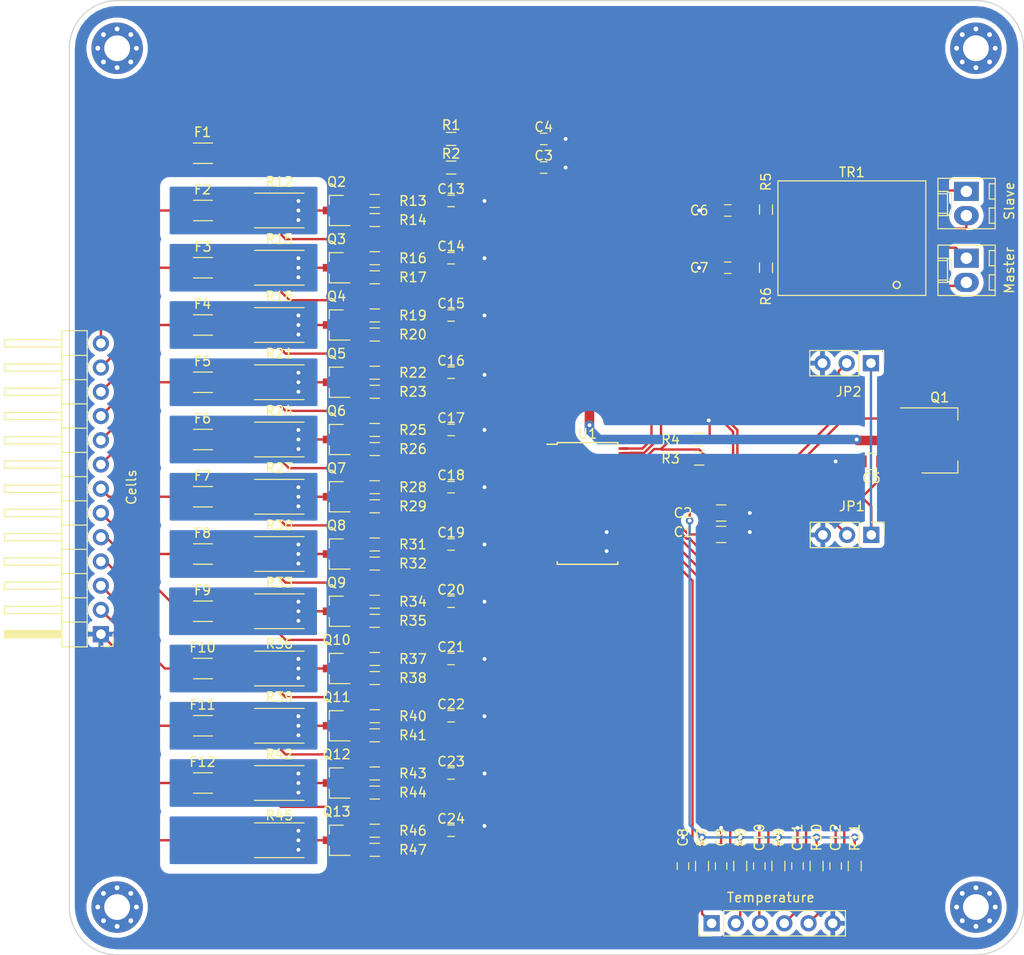
<source format=kicad_pcb>
(kicad_pcb (version 20171130) (host pcbnew 6.0.0-rc1-unknown-a55d981~66~ubuntu18.10.1)
  (layers (0 F.Cu signal) (31 B.Cu signal) (34 B.Paste user) (35 F.Paste user) (36 B.SilkS user) (37 F.SilkS user) (38 B.Mask user) (39 F.Mask user) (44 Edge.Cuts user))
  (net 0 "")
  (net 1 GND)
  (net 2 "Net-(C1-Pad1)")
  (net 3 /Vref2)
  (net 4 "Net-(C3-Pad1)")
  (net 5 "Net-(C4-Pad1)")
  (net 6 /Vreg)
  (net 7 "Net-(C6-Pad1)")
  (net 8 "Net-(C7-Pad1)")
  (net 9 /T1)
  (net 10 /T2)
  (net 11 /T3)
  (net 12 /T4)
  (net 13 /T5)
  (net 14 /cell12/C)
  (net 15 /cell11/C)
  (net 16 /cell10/C)
  (net 17 /cell9/C)
  (net 18 /cell8/C)
  (net 19 /cell7/C)
  (net 20 /cell6/C)
  (net 21 /cell5/C)
  (net 22 /cell4/C)
  (net 23 /cell3/C)
  (net 24 /cell2/C)
  (net 25 /cell1/C)
  (net 26 "Net-(F1-Pad1)")
  (net 27 /cell12/C+)
  (net 28 /cell11/C+)
  (net 29 "Net-(F2-Pad1)")
  (net 30 "Net-(F3-Pad1)")
  (net 31 /cell10/C+)
  (net 32 /cell9/C+)
  (net 33 "Net-(F4-Pad1)")
  (net 34 "Net-(F5-Pad1)")
  (net 35 /cell8/C+)
  (net 36 /cell7/C+)
  (net 37 "Net-(F6-Pad1)")
  (net 38 "Net-(F7-Pad1)")
  (net 39 /cell6/C+)
  (net 40 /cell5/C+)
  (net 41 "Net-(F8-Pad1)")
  (net 42 "Net-(F9-Pad1)")
  (net 43 /cell4/C+)
  (net 44 /cell3/C+)
  (net 45 "Net-(F10-Pad1)")
  (net 46 "Net-(F11-Pad1)")
  (net 47 /cell2/C+)
  (net 48 /cell1/C+)
  (net 49 "Net-(F12-Pad1)")
  (net 50 "Net-(J2-Pad2)")
  (net 51 "Net-(J2-Pad1)")
  (net 52 "Net-(J3-Pad1)")
  (net 53 "Net-(J3-Pad2)")
  (net 54 /DTEN)
  (net 55 /WDT)
  (net 56 /DRIVE)
  (net 57 "Net-(Q2-Pad1)")
  (net 58 "Net-(Q2-Pad3)")
  (net 59 "Net-(Q3-Pad3)")
  (net 60 "Net-(Q3-Pad1)")
  (net 61 "Net-(Q4-Pad3)")
  (net 62 "Net-(Q4-Pad1)")
  (net 63 "Net-(Q5-Pad1)")
  (net 64 "Net-(Q5-Pad3)")
  (net 65 "Net-(Q6-Pad3)")
  (net 66 "Net-(Q6-Pad1)")
  (net 67 "Net-(Q7-Pad3)")
  (net 68 "Net-(Q7-Pad1)")
  (net 69 "Net-(Q8-Pad1)")
  (net 70 "Net-(Q8-Pad3)")
  (net 71 "Net-(Q9-Pad3)")
  (net 72 "Net-(Q9-Pad1)")
  (net 73 "Net-(Q10-Pad1)")
  (net 74 "Net-(Q10-Pad3)")
  (net 75 "Net-(Q11-Pad1)")
  (net 76 "Net-(Q11-Pad3)")
  (net 77 "Net-(Q12-Pad3)")
  (net 78 "Net-(Q12-Pad1)")
  (net 79 "Net-(Q13-Pad1)")
  (net 80 "Net-(Q13-Pad3)")
  (net 81 "Net-(R3-Pad2)")
  (net 82 "Net-(R3-Pad1)")
  (net 83 /IPB)
  (net 84 /IMB)
  (net 85 /IMA)
  (net 86 /IPA)
  (net 87 /cell12/S)
  (net 88 /cell11/S)
  (net 89 /cell10/S)
  (net 90 /cell9/S)
  (net 91 /cell8/S)
  (net 92 /cell7/S)
  (net 93 /cell6/S)
  (net 94 /cell5/S)
  (net 95 /cell4/S)
  (net 96 /cell3/S)
  (net 97 /cell2/S)
  (net 98 /cell1/S)
  (net 99 "Net-(J5-Pad1)")
  (net 100 "Net-(J6-Pad1)")
  (net 101 "Net-(J7-Pad1)")
  (net 102 "Net-(J8-Pad1)")
  (module Capacitors_SMD:C_0805_HandSoldering (layer F.Cu) (at 68.3 55.95)
    (fp_text reference C1 (at -4 -0.25) (layer F.SilkS))
    (fp_text value 1u)
    (pad 2 smd rect (at 1.25 0) (size 1.5 1.25) (layers F.Cu F.Paste F.Mask) (net 1 GND))
    (pad 1 smd rect (at -1.25 0) (size 1.5 1.25) (layers F.Cu F.Paste F.Mask) (net 2 "Net-(C1-Pad1)"))
  )
  (module Capacitors_SMD:C_0805_HandSoldering (layer F.Cu) (at 68.3 53.7)
    (fp_text reference C2 (at -4 0) (layer F.SilkS))
    (fp_text value 1u)
    (pad 1 smd rect (at -1.25 0) (size 1.5 1.25) (layers F.Cu F.Paste F.Mask) (net 3 /Vref2))
    (pad 2 smd rect (at 1.25 0) (size 1.5 1.25) (layers F.Cu F.Paste F.Mask) (net 1 GND))
  )
  (module Capacitors_SMD:C_0603_HandSoldering (layer F.Cu) (at 49.7 17.5)
    (fp_text reference C3 (at 0 -1.25) (layer F.SilkS))
    (fp_text value 100n)
    (pad 2 smd rect (at 0.95 0) (size 1.2 0.75) (layers F.Cu F.Paste F.Mask) (net 1 GND))
    (pad 1 smd rect (at -0.95 0) (size 1.2 0.75) (layers F.Cu F.Paste F.Mask) (net 4 "Net-(C3-Pad1)"))
  )
  (module Capacitors_SMD:C_0603_HandSoldering (layer F.Cu) (at 49.7 14.5)
    (fp_text reference C4 (at 0 -1.25) (layer F.SilkS))
    (fp_text value 100n)
    (pad 1 smd rect (at -0.95 0) (size 1.2 0.75) (layers F.Cu F.Paste F.Mask) (net 5 "Net-(C4-Pad1)"))
    (pad 2 smd rect (at 0.95 0) (size 1.2 0.75) (layers F.Cu F.Paste F.Mask) (net 1 GND))
  )
  (module Capacitors_SMD:C_0805_HandSoldering (layer F.Cu) (at 84.05 48.3 180)
    (fp_text reference C5 (at 0 -1.75 180) (layer F.SilkS))
    (fp_text value 1u)
    (pad 1 smd rect (at -1.25 0 180) (size 1.5 1.25) (layers F.Cu F.Paste F.Mask) (net 6 /Vreg))
    (pad 2 smd rect (at 1.25 0 180) (size 1.5 1.25) (layers F.Cu F.Paste F.Mask) (net 1 GND))
  )
  (module Capacitors_SMD:C_0603_HandSoldering (layer F.Cu) (at 69 22 180)
    (fp_text reference C6 (at 3 0 180) (layer F.SilkS))
    (fp_text value 100p)
    (pad 1 smd rect (at -0.95 0 180) (size 1.2 0.75) (layers F.Cu F.Paste F.Mask) (net 7 "Net-(C6-Pad1)"))
    (pad 2 smd rect (at 0.95 0 180) (size 1.2 0.75) (layers F.Cu F.Paste F.Mask) (net 1 GND))
  )
  (module Capacitors_SMD:C_0603_HandSoldering (layer F.Cu) (at 69 28 180)
    (fp_text reference C7 (at 3 0 180) (layer F.SilkS))
    (fp_text value 100p)
    (pad 2 smd rect (at 0.95 0 180) (size 1.2 0.75) (layers F.Cu F.Paste F.Mask) (net 1 GND))
    (pad 1 smd rect (at -0.95 0 180) (size 1.2 0.75) (layers F.Cu F.Paste F.Mask) (net 8 "Net-(C7-Pad1)"))
  )
  (module Capacitors_SMD:C_0603_HandSoldering (layer F.Cu) (at 64.3 90.7 90)
    (fp_text reference C8 (at 3 0 90) (layer F.SilkS))
    (fp_text value 100n)
    (pad 2 smd rect (at 0.95 0 90) (size 1.2 0.75) (layers F.Cu F.Paste F.Mask) (net 1 GND))
    (pad 1 smd rect (at -0.95 0 90) (size 1.2 0.75) (layers F.Cu F.Paste F.Mask) (net 9 /T1))
  )
  (module Capacitors_SMD:C_0603_HandSoldering (layer F.Cu) (at 68.3 90.7 90)
    (fp_text reference C9 (at 3 0 90) (layer F.SilkS))
    (fp_text value 100n)
    (pad 1 smd rect (at -0.95 0 90) (size 1.2 0.75) (layers F.Cu F.Paste F.Mask) (net 10 /T2))
    (pad 2 smd rect (at 0.95 0 90) (size 1.2 0.75) (layers F.Cu F.Paste F.Mask) (net 1 GND))
  )
  (module Capacitors_SMD:C_0603_HandSoldering (layer F.Cu) (at 72.3 90.7 90)
    (fp_text reference C10 (at 3 0 90) (layer F.SilkS))
    (fp_text value 100n)
    (pad 2 smd rect (at 0.95 0 90) (size 1.2 0.75) (layers F.Cu F.Paste F.Mask) (net 1 GND))
    (pad 1 smd rect (at -0.95 0 90) (size 1.2 0.75) (layers F.Cu F.Paste F.Mask) (net 11 /T3))
  )
  (module Capacitors_SMD:C_0603_HandSoldering (layer F.Cu) (at 76.3 90.7 90)
    (fp_text reference C11 (at 3 0 90) (layer F.SilkS))
    (fp_text value 100n)
    (pad 1 smd rect (at -0.95 0 90) (size 1.2 0.75) (layers F.Cu F.Paste F.Mask) (net 12 /T4))
    (pad 2 smd rect (at 0.95 0 90) (size 1.2 0.75) (layers F.Cu F.Paste F.Mask) (net 1 GND))
  )
  (module Capacitors_SMD:C_0603_HandSoldering (layer F.Cu) (at 80.3 90.7 90)
    (fp_text reference C12 (at 3 0 90) (layer F.SilkS))
    (fp_text value 100n)
    (pad 2 smd rect (at 0.95 0 90) (size 1.2 0.75) (layers F.Cu F.Paste F.Mask) (net 1 GND))
    (pad 1 smd rect (at -0.95 0 90) (size 1.2 0.75) (layers F.Cu F.Paste F.Mask) (net 13 /T5))
  )
  (module Fuse_Holders_and_Fuses:Fuse_SMD1206_HandSoldering (layer F.Cu) (at 14 16)
    (fp_text reference F1 (at -0.05 -2.2) (layer F.SilkS))
    (fp_text value 0.25A)
    (pad 1 smd rect (at -2.09 0 90) (size 2.03 2.65) (layers F.Cu F.Paste F.Mask) (net 26 "Net-(F1-Pad1)"))
    (pad 2 smd rect (at 2.09 0 90) (size 2.03 2.65) (layers F.Cu F.Paste F.Mask) (net 27 /cell12/C+))
  )
  (module Fuse_Holders_and_Fuses:Fuse_SMD1206_HandSoldering (layer F.Cu) (at 14 22)
    (fp_text reference F2 (at -0.05 -2.2) (layer F.SilkS))
    (fp_text value 0.25A)
    (pad 2 smd rect (at 2.09 0 90) (size 2.03 2.65) (layers F.Cu F.Paste F.Mask) (net 28 /cell11/C+))
    (pad 1 smd rect (at -2.09 0 90) (size 2.03 2.65) (layers F.Cu F.Paste F.Mask) (net 29 "Net-(F2-Pad1)"))
  )
  (module Fuse_Holders_and_Fuses:Fuse_SMD1206_HandSoldering (layer F.Cu) (at 14 28)
    (fp_text reference F3 (at 0 -2.2) (layer F.SilkS))
    (fp_text value 0.25A)
    (pad 1 smd rect (at -2.09 0 90) (size 2.03 2.65) (layers F.Cu F.Paste F.Mask) (net 30 "Net-(F3-Pad1)"))
    (pad 2 smd rect (at 2.09 0 90) (size 2.03 2.65) (layers F.Cu F.Paste F.Mask) (net 31 /cell10/C+))
  )
  (module Fuse_Holders_and_Fuses:Fuse_SMD1206_HandSoldering (layer F.Cu) (at 14 34)
    (fp_text reference F4 (at -0.05 -2.2) (layer F.SilkS))
    (fp_text value 0.25A)
    (pad 2 smd rect (at 2.09 0 90) (size 2.03 2.65) (layers F.Cu F.Paste F.Mask) (net 32 /cell9/C+))
    (pad 1 smd rect (at -2.09 0 90) (size 2.03 2.65) (layers F.Cu F.Paste F.Mask) (net 33 "Net-(F4-Pad1)"))
  )
  (module Fuse_Holders_and_Fuses:Fuse_SMD1206_HandSoldering (layer F.Cu) (at 14 40)
    (fp_text reference F5 (at -0.05 -2.2) (layer F.SilkS))
    (fp_text value 0.25A)
    (pad 1 smd rect (at -2.09 0 90) (size 2.03 2.65) (layers F.Cu F.Paste F.Mask) (net 34 "Net-(F5-Pad1)"))
    (pad 2 smd rect (at 2.09 0 90) (size 2.03 2.65) (layers F.Cu F.Paste F.Mask) (net 35 /cell8/C+))
  )
  (module Fuse_Holders_and_Fuses:Fuse_SMD1206_HandSoldering (layer F.Cu) (at 14 46)
    (fp_text reference F6 (at -0.05 -2.2) (layer F.SilkS))
    (fp_text value 0.25A)
    (pad 2 smd rect (at 2.09 0 90) (size 2.03 2.65) (layers F.Cu F.Paste F.Mask) (net 36 /cell7/C+))
    (pad 1 smd rect (at -2.09 0 90) (size 2.03 2.65) (layers F.Cu F.Paste F.Mask) (net 37 "Net-(F6-Pad1)"))
  )
  (module Fuse_Holders_and_Fuses:Fuse_SMD1206_HandSoldering (layer F.Cu) (at 14 52)
    (fp_text reference F7 (at -0.05 -2.2) (layer F.SilkS))
    (fp_text value 0.25A)
    (pad 1 smd rect (at -2.09 0 90) (size 2.03 2.65) (layers F.Cu F.Paste F.Mask) (net 38 "Net-(F7-Pad1)"))
    (pad 2 smd rect (at 2.09 0 90) (size 2.03 2.65) (layers F.Cu F.Paste F.Mask) (net 39 /cell6/C+))
  )
  (module Fuse_Holders_and_Fuses:Fuse_SMD1206_HandSoldering (layer F.Cu) (at 14 58)
    (fp_text reference F8 (at -0.05 -2.2) (layer F.SilkS))
    (fp_text value 0.25A)
    (pad 2 smd rect (at 2.09 0 90) (size 2.03 2.65) (layers F.Cu F.Paste F.Mask) (net 40 /cell5/C+))
    (pad 1 smd rect (at -2.09 0 90) (size 2.03 2.65) (layers F.Cu F.Paste F.Mask) (net 41 "Net-(F8-Pad1)"))
  )
  (module Fuse_Holders_and_Fuses:Fuse_SMD1206_HandSoldering (layer F.Cu) (at 14 64)
    (fp_text reference F9 (at -0.05 -2.2) (layer F.SilkS))
    (fp_text value 0.25A)
    (pad 1 smd rect (at -2.09 0 90) (size 2.03 2.65) (layers F.Cu F.Paste F.Mask) (net 42 "Net-(F9-Pad1)"))
    (pad 2 smd rect (at 2.09 0 90) (size 2.03 2.65) (layers F.Cu F.Paste F.Mask) (net 43 /cell4/C+))
  )
  (module Fuse_Holders_and_Fuses:Fuse_SMD1206_HandSoldering (layer F.Cu) (at 14 70)
    (fp_text reference F10 (at -0.05 -2.2) (layer F.SilkS))
    (fp_text value 0.25A)
    (pad 2 smd rect (at 2.09 0 90) (size 2.03 2.65) (layers F.Cu F.Paste F.Mask) (net 44 /cell3/C+))
    (pad 1 smd rect (at -2.09 0 90) (size 2.03 2.65) (layers F.Cu F.Paste F.Mask) (net 45 "Net-(F10-Pad1)"))
  )
  (module Fuse_Holders_and_Fuses:Fuse_SMD1206_HandSoldering (layer F.Cu) (at 14 76)
    (fp_text reference F11 (at -0.05 -2.2) (layer F.SilkS))
    (fp_text value 0.25A)
    (pad 1 smd rect (at -2.09 0 90) (size 2.03 2.65) (layers F.Cu F.Paste F.Mask) (net 46 "Net-(F11-Pad1)"))
    (pad 2 smd rect (at 2.09 0 90) (size 2.03 2.65) (layers F.Cu F.Paste F.Mask) (net 47 /cell2/C+))
  )
  (module Fuse_Holders_and_Fuses:Fuse_SMD1206_HandSoldering (layer F.Cu) (at 14 82)
    (fp_text reference F12 (at -0.05 -2.2) (layer F.SilkS))
    (fp_text value 0.25A)
    (pad 2 smd rect (at 2.09 0 90) (size 2.03 2.65) (layers F.Cu F.Paste F.Mask) (net 48 /cell1/C+))
    (pad 1 smd rect (at -2.09 0 90) (size 2.03 2.65) (layers F.Cu F.Paste F.Mask) (net 49 "Net-(F12-Pad1)"))
  )
  (module Pin_Headers:Pin_Header_Angled_1x13_Pitch2.54mm (layer F.Cu) (at 3.3 66.4 180)
    (fp_text reference J1 hide)
    (fp_text value Cells (at -3.2 15.4 270) (layer F.SilkS))
    (pad 13 thru_hole oval (at 0 30.48 180) (size 1.7 1.7) (drill 1) (layers *.Cu *.Mask) (net 26 "Net-(F1-Pad1)"))
    (pad 12 thru_hole oval (at 0 27.94 180) (size 1.7 1.7) (drill 1) (layers *.Cu *.Mask) (net 29 "Net-(F2-Pad1)"))
    (pad 11 thru_hole oval (at 0 25.4 180) (size 1.7 1.7) (drill 1) (layers *.Cu *.Mask) (net 30 "Net-(F3-Pad1)"))
    (pad 10 thru_hole oval (at 0 22.86 180) (size 1.7 1.7) (drill 1) (layers *.Cu *.Mask) (net 33 "Net-(F4-Pad1)"))
    (pad 9 thru_hole oval (at 0 20.32 180) (size 1.7 1.7) (drill 1) (layers *.Cu *.Mask) (net 34 "Net-(F5-Pad1)"))
    (pad 8 thru_hole oval (at 0 17.78 180) (size 1.7 1.7) (drill 1) (layers *.Cu *.Mask) (net 37 "Net-(F6-Pad1)"))
    (pad 7 thru_hole oval (at 0 15.24 180) (size 1.7 1.7) (drill 1) (layers *.Cu *.Mask) (net 38 "Net-(F7-Pad1)"))
    (pad 6 thru_hole oval (at 0 12.7 180) (size 1.7 1.7) (drill 1) (layers *.Cu *.Mask) (net 41 "Net-(F8-Pad1)"))
    (pad 5 thru_hole oval (at 0 10.16 180) (size 1.7 1.7) (drill 1) (layers *.Cu *.Mask) (net 42 "Net-(F9-Pad1)"))
    (pad 4 thru_hole oval (at 0 7.62 180) (size 1.7 1.7) (drill 1) (layers *.Cu *.Mask) (net 45 "Net-(F10-Pad1)"))
    (pad 3 thru_hole oval (at 0 5.08 180) (size 1.7 1.7) (drill 1) (layers *.Cu *.Mask) (net 46 "Net-(F11-Pad1)"))
    (pad 2 thru_hole oval (at 0 2.54 180) (size 1.7 1.7) (drill 1) (layers *.Cu *.Mask) (net 49 "Net-(F12-Pad1)"))
    (pad 1 thru_hole rect (at 0 0 180) (size 1.7 1.7) (drill 1) (layers *.Cu *.Mask) (net 1 GND))
  )
  (module Connectors_Molex:Molex_KK-6410-02_02x2.54mm_Straight (layer F.Cu) (at 94 20 270)
    (fp_text reference J2 hide)
    (fp_text value Slave (at 1 -4.5 270) (layer F.SilkS))
    (pad 2 thru_hole oval (at 2.54 0 270) (size 2 2.6) (drill 1.2) (layers *.Cu *.Mask) (net 50 "Net-(J2-Pad2)"))
    (pad 1 thru_hole rect (at 0 0 270) (size 2 2.6) (drill 1.2) (layers *.Cu *.Mask) (net 51 "Net-(J2-Pad1)"))
  )
  (module Connectors_Molex:Molex_KK-6410-02_02x2.54mm_Straight (layer F.Cu) (at 94 27 270)
    (fp_text reference J3 hide)
    (fp_text value Master (at 1.27 -4.5 270) (layer F.SilkS))
    (pad 1 thru_hole rect (at 0 0 270) (size 2 2.6) (drill 1.2) (layers *.Cu *.Mask) (net 52 "Net-(J3-Pad1)"))
    (pad 2 thru_hole oval (at 2.54 0 270) (size 2 2.6) (drill 1.2) (layers *.Cu *.Mask) (net 53 "Net-(J3-Pad2)"))
  )
  (module Pin_Headers:Pin_Header_Straight_1x06_Pitch2.54mm (layer F.Cu) (at 67.3 96.7 90)
    (fp_text reference J4 hide)
    (fp_text value Temperature (at 2.7 6.2 180) (layer F.SilkS))
    (pad 6 thru_hole oval (at 0 12.7 90) (size 1.7 1.7) (drill 1) (layers *.Cu *.Mask) (net 1 GND))
    (pad 5 thru_hole oval (at 0 10.16 90) (size 1.7 1.7) (drill 1) (layers *.Cu *.Mask) (net 13 /T5))
    (pad 4 thru_hole oval (at 0 7.62 90) (size 1.7 1.7) (drill 1) (layers *.Cu *.Mask) (net 12 /T4))
    (pad 3 thru_hole oval (at 0 5.08 90) (size 1.7 1.7) (drill 1) (layers *.Cu *.Mask) (net 11 /T3))
    (pad 2 thru_hole oval (at 0 2.54 90) (size 1.7 1.7) (drill 1) (layers *.Cu *.Mask) (net 10 /T2))
    (pad 1 thru_hole rect (at 0 0 90) (size 1.7 1.7) (drill 1) (layers *.Cu *.Mask) (net 9 /T1))
  )
  (module Pin_Headers:Pin_Header_Straight_1x03_Pitch2.54mm (layer F.Cu) (at 84.041495 56 270)
    (fp_text reference JP1 (at -3 2.041495) (layer F.SilkS))
    (fp_text value Jumper_NC_Dual)
    (pad 3 thru_hole oval (at 0 5.08 270) (size 1.7 1.7) (drill 1) (layers *.Cu *.Mask) (net 1 GND))
    (pad 2 thru_hole oval (at 0 2.54 270) (size 1.7 1.7) (drill 1) (layers *.Cu *.Mask) (net 54 /DTEN))
    (pad 1 thru_hole rect (at 0 0 270) (size 1.7 1.7) (drill 1) (layers *.Cu *.Mask) (net 6 /Vreg))
  )
  (module Pin_Headers:Pin_Header_Straight_1x03_Pitch2.54mm (layer F.Cu) (at 84 38 270)
    (fp_text reference JP2 (at 3 2.34) (layer F.SilkS))
    (fp_text value Jumper_NC_Dual)
    (pad 1 thru_hole rect (at 0 0 270) (size 1.7 1.7) (drill 1) (layers *.Cu *.Mask) (net 6 /Vreg))
    (pad 2 thru_hole oval (at 0 2.54 270) (size 1.7 1.7) (drill 1) (layers *.Cu *.Mask) (net 55 /WDT))
    (pad 3 thru_hole oval (at 0 5.08 270) (size 1.7 1.7) (drill 1) (layers *.Cu *.Mask) (net 1 GND))
  )
  (module TO_SOT_Packages_SMD:SOT-223 (layer F.Cu) (at 91.2 46.1)
    (fp_text reference Q1 (at 0 -4.5) (layer F.SilkS))
    (fp_text value NSV1C201MZ4)
    (pad 1 smd rect (at -3.15 -2.3) (size 2 1.5) (layers F.Cu F.Paste F.Mask) (net 56 /DRIVE))
    (pad 3 smd rect (at -3.15 2.3) (size 2 1.5) (layers F.Cu F.Paste F.Mask) (net 6 /Vreg))
    (pad 2 smd rect (at -3.15 0) (size 2 1.5) (layers F.Cu F.Paste F.Mask) (net 5 "Net-(C4-Pad1)"))
    (pad 4 smd rect (at 3.15 0) (size 2 3.8) (layers F.Cu F.Paste F.Mask) (net 5 "Net-(C4-Pad1)"))
  )
  (module TO_SOT_Packages_SMD:SOT-23 (layer F.Cu) (at 28 22 180)
    (fp_text reference Q2 (at 0 3 180) (layer F.SilkS))
    (fp_text value TSM2323)
    (pad 1 smd rect (at -1 -0.95 180) (size 0.9 0.8) (layers F.Cu F.Paste F.Mask) (net 57 "Net-(Q2-Pad1)"))
    (pad 2 smd rect (at -1 0.95 180) (size 0.9 0.8) (layers F.Cu F.Paste F.Mask) (net 27 /cell12/C+))
    (pad 3 smd rect (at 1 0 180) (size 0.9 0.8) (layers F.Cu F.Paste F.Mask) (net 58 "Net-(Q2-Pad3)"))
  )
  (module TO_SOT_Packages_SMD:SOT-23 (layer F.Cu) (at 28 28 180)
    (fp_text reference Q3 (at 0 3 180) (layer F.SilkS))
    (fp_text value TSM2323)
    (pad 3 smd rect (at 1 0 180) (size 0.9 0.8) (layers F.Cu F.Paste F.Mask) (net 59 "Net-(Q3-Pad3)"))
    (pad 2 smd rect (at -1 0.95 180) (size 0.9 0.8) (layers F.Cu F.Paste F.Mask) (net 28 /cell11/C+))
    (pad 1 smd rect (at -1 -0.95 180) (size 0.9 0.8) (layers F.Cu F.Paste F.Mask) (net 60 "Net-(Q3-Pad1)"))
  )
  (module TO_SOT_Packages_SMD:SOT-23 (layer F.Cu) (at 28 34 180)
    (fp_text reference Q4 (at 0 3 180) (layer F.SilkS))
    (fp_text value TSM2323)
    (pad 3 smd rect (at 1 0 180) (size 0.9 0.8) (layers F.Cu F.Paste F.Mask) (net 61 "Net-(Q4-Pad3)"))
    (pad 2 smd rect (at -1 0.95 180) (size 0.9 0.8) (layers F.Cu F.Paste F.Mask) (net 31 /cell10/C+))
    (pad 1 smd rect (at -1 -0.95 180) (size 0.9 0.8) (layers F.Cu F.Paste F.Mask) (net 62 "Net-(Q4-Pad1)"))
  )
  (module TO_SOT_Packages_SMD:SOT-23 (layer F.Cu) (at 28 40 180)
    (fp_text reference Q5 (at 0 3 180) (layer F.SilkS))
    (fp_text value TSM2323)
    (pad 1 smd rect (at -1 -0.95 180) (size 0.9 0.8) (layers F.Cu F.Paste F.Mask) (net 63 "Net-(Q5-Pad1)"))
    (pad 2 smd rect (at -1 0.95 180) (size 0.9 0.8) (layers F.Cu F.Paste F.Mask) (net 32 /cell9/C+))
    (pad 3 smd rect (at 1 0 180) (size 0.9 0.8) (layers F.Cu F.Paste F.Mask) (net 64 "Net-(Q5-Pad3)"))
  )
  (module TO_SOT_Packages_SMD:SOT-23 (layer F.Cu) (at 28 46 180)
    (fp_text reference Q6 (at 0 3 180) (layer F.SilkS))
    (fp_text value TSM2323)
    (pad 3 smd rect (at 1 0 180) (size 0.9 0.8) (layers F.Cu F.Paste F.Mask) (net 65 "Net-(Q6-Pad3)"))
    (pad 2 smd rect (at -1 0.95 180) (size 0.9 0.8) (layers F.Cu F.Paste F.Mask) (net 35 /cell8/C+))
    (pad 1 smd rect (at -1 -0.95 180) (size 0.9 0.8) (layers F.Cu F.Paste F.Mask) (net 66 "Net-(Q6-Pad1)"))
  )
  (module TO_SOT_Packages_SMD:SOT-23 (layer F.Cu) (at 28 52 180)
    (fp_text reference Q7 (at 0 3 180) (layer F.SilkS))
    (fp_text value TSM2323)
    (pad 3 smd rect (at 1 0 180) (size 0.9 0.8) (layers F.Cu F.Paste F.Mask) (net 67 "Net-(Q7-Pad3)"))
    (pad 2 smd rect (at -1 0.95 180) (size 0.9 0.8) (layers F.Cu F.Paste F.Mask) (net 36 /cell7/C+))
    (pad 1 smd rect (at -1 -0.95 180) (size 0.9 0.8) (layers F.Cu F.Paste F.Mask) (net 68 "Net-(Q7-Pad1)"))
  )
  (module TO_SOT_Packages_SMD:SOT-23 (layer F.Cu) (at 28 58 180)
    (fp_text reference Q8 (at 0 3 180) (layer F.SilkS))
    (fp_text value TSM2323)
    (pad 1 smd rect (at -1 -0.95 180) (size 0.9 0.8) (layers F.Cu F.Paste F.Mask) (net 69 "Net-(Q8-Pad1)"))
    (pad 2 smd rect (at -1 0.95 180) (size 0.9 0.8) (layers F.Cu F.Paste F.Mask) (net 39 /cell6/C+))
    (pad 3 smd rect (at 1 0 180) (size 0.9 0.8) (layers F.Cu F.Paste F.Mask) (net 70 "Net-(Q8-Pad3)"))
  )
  (module TO_SOT_Packages_SMD:SOT-23 (layer F.Cu) (at 28 64 180)
    (fp_text reference Q9 (at 0 3 180) (layer F.SilkS))
    (fp_text value TSM2323)
    (pad 3 smd rect (at 1 0 180) (size 0.9 0.8) (layers F.Cu F.Paste F.Mask) (net 71 "Net-(Q9-Pad3)"))
    (pad 2 smd rect (at -1 0.95 180) (size 0.9 0.8) (layers F.Cu F.Paste F.Mask) (net 40 /cell5/C+))
    (pad 1 smd rect (at -1 -0.95 180) (size 0.9 0.8) (layers F.Cu F.Paste F.Mask) (net 72 "Net-(Q9-Pad1)"))
  )
  (module TO_SOT_Packages_SMD:SOT-23 (layer F.Cu) (at 28 70 180)
    (fp_text reference Q10 (at 0 3 180) (layer F.SilkS))
    (fp_text value TSM2323)
    (pad 1 smd rect (at -1 -0.95 180) (size 0.9 0.8) (layers F.Cu F.Paste F.Mask) (net 73 "Net-(Q10-Pad1)"))
    (pad 2 smd rect (at -1 0.95 180) (size 0.9 0.8) (layers F.Cu F.Paste F.Mask) (net 43 /cell4/C+))
    (pad 3 smd rect (at 1 0 180) (size 0.9 0.8) (layers F.Cu F.Paste F.Mask) (net 74 "Net-(Q10-Pad3)"))
  )
  (module TO_SOT_Packages_SMD:SOT-23 (layer F.Cu) (at 28 76 180)
    (fp_text reference Q11 (at 0 3 180) (layer F.SilkS))
    (fp_text value TSM2323)
    (pad 1 smd rect (at -1 -0.95 180) (size 0.9 0.8) (layers F.Cu F.Paste F.Mask) (net 75 "Net-(Q11-Pad1)"))
    (pad 2 smd rect (at -1 0.95 180) (size 0.9 0.8) (layers F.Cu F.Paste F.Mask) (net 44 /cell3/C+))
    (pad 3 smd rect (at 1 0 180) (size 0.9 0.8) (layers F.Cu F.Paste F.Mask) (net 76 "Net-(Q11-Pad3)"))
  )
  (module TO_SOT_Packages_SMD:SOT-23 (layer F.Cu) (at 28 82 180)
    (fp_text reference Q12 (at 0 3 180) (layer F.SilkS))
    (fp_text value TSM2323)
    (pad 3 smd rect (at 1 0 180) (size 0.9 0.8) (layers F.Cu F.Paste F.Mask) (net 77 "Net-(Q12-Pad3)"))
    (pad 2 smd rect (at -1 0.95 180) (size 0.9 0.8) (layers F.Cu F.Paste F.Mask) (net 47 /cell2/C+))
    (pad 1 smd rect (at -1 -0.95 180) (size 0.9 0.8) (layers F.Cu F.Paste F.Mask) (net 78 "Net-(Q12-Pad1)"))
  )
  (module TO_SOT_Packages_SMD:SOT-23 (layer F.Cu) (at 28 88 180)
    (fp_text reference Q13 (at 0 3 180) (layer F.SilkS))
    (fp_text value TSM2323)
    (pad 1 smd rect (at -1 -0.95 180) (size 0.9 0.8) (layers F.Cu F.Paste F.Mask) (net 79 "Net-(Q13-Pad1)"))
    (pad 2 smd rect (at -1 0.95 180) (size 0.9 0.8) (layers F.Cu F.Paste F.Mask) (net 48 /cell1/C+))
    (pad 3 smd rect (at 1 0 180) (size 0.9 0.8) (layers F.Cu F.Paste F.Mask) (net 80 "Net-(Q13-Pad3)"))
  )
  (module Resistors_SMD:R_0603_HandSoldering (layer F.Cu) (at 40 14.5)
    (fp_text reference R1 (at 0 -1.45) (layer F.SilkS))
    (fp_text value 100)
    (pad 1 smd rect (at -1.1 0) (size 1.2 0.9) (layers F.Cu F.Paste F.Mask) (net 27 /cell12/C+))
    (pad 2 smd rect (at 1.1 0) (size 1.2 0.9) (layers F.Cu F.Paste F.Mask) (net 5 "Net-(C4-Pad1)"))
  )
  (module Resistors_SMD:R_0603_HandSoldering (layer F.Cu) (at 40 17.5)
    (fp_text reference R2 (at 0 -1.45) (layer F.SilkS))
    (fp_text value 100)
    (pad 2 smd rect (at 1.1 0) (size 1.2 0.9) (layers F.Cu F.Paste F.Mask) (net 4 "Net-(C3-Pad1)"))
    (pad 1 smd rect (at -1.1 0) (size 1.2 0.9) (layers F.Cu F.Paste F.Mask) (net 27 /cell12/C+))
  )
  (module Resistors_SMD:R_0603_HandSoldering (layer F.Cu) (at 66 48)
    (fp_text reference R3 (at -3 0) (layer F.SilkS))
    (fp_text value 1k)
    (pad 2 smd rect (at 1.1 0) (size 1.2 0.9) (layers F.Cu F.Paste F.Mask) (net 81 "Net-(R3-Pad2)"))
    (pad 1 smd rect (at -1.1 0) (size 1.2 0.9) (layers F.Cu F.Paste F.Mask) (net 82 "Net-(R3-Pad1)"))
  )
  (module Resistors_SMD:R_0603_HandSoldering (layer F.Cu) (at 66 46)
    (fp_text reference R4 (at -3 0) (layer F.SilkS))
    (fp_text value 1k)
    (pad 1 smd rect (at -1.1 0) (size 1.2 0.9) (layers F.Cu F.Paste F.Mask) (net 81 "Net-(R3-Pad2)"))
    (pad 2 smd rect (at 1.1 0) (size 1.2 0.9) (layers F.Cu F.Paste F.Mask) (net 1 GND))
  )
  (module Resistors_SMD:R_0603_HandSoldering (layer F.Cu) (at 73 21.9 270)
    (fp_text reference R5 (at -2.9 0 270) (layer F.SilkS))
    (fp_text value 100)
    (pad 1 smd rect (at -1.1 0 270) (size 1.2 0.9) (layers F.Cu F.Paste F.Mask) (net 83 /IPB))
    (pad 2 smd rect (at 1.1 0 270) (size 1.2 0.9) (layers F.Cu F.Paste F.Mask) (net 84 /IMB))
  )
  (module Resistors_SMD:R_0603_HandSoldering (layer F.Cu) (at 73 28 270)
    (fp_text reference R6 (at 3 0 270) (layer F.SilkS))
    (fp_text value 100)
    (pad 2 smd rect (at 1.1 0 270) (size 1.2 0.9) (layers F.Cu F.Paste F.Mask) (net 85 /IMA))
    (pad 1 smd rect (at -1.1 0 270) (size 1.2 0.9) (layers F.Cu F.Paste F.Mask) (net 86 /IPA))
  )
  (module Resistors_SMD:R_0603_HandSoldering (layer F.Cu) (at 66.3 90.7 270)
    (fp_text reference R7 (at -3 0 270) (layer F.SilkS))
    (fp_text value 10k)
    (pad 1 smd rect (at -1.1 0 270) (size 1.2 0.9) (layers F.Cu F.Paste F.Mask) (net 3 /Vref2))
    (pad 2 smd rect (at 1.1 0 270) (size 1.2 0.9) (layers F.Cu F.Paste F.Mask) (net 9 /T1))
  )
  (module Resistors_SMD:R_0603_HandSoldering (layer F.Cu) (at 70.3 90.7 270)
    (fp_text reference R8 (at -3 0 270) (layer F.SilkS))
    (fp_text value 10k)
    (pad 2 smd rect (at 1.1 0 270) (size 1.2 0.9) (layers F.Cu F.Paste F.Mask) (net 10 /T2))
    (pad 1 smd rect (at -1.1 0 270) (size 1.2 0.9) (layers F.Cu F.Paste F.Mask) (net 3 /Vref2))
  )
  (module Resistors_SMD:R_0603_HandSoldering (layer F.Cu) (at 74.3 90.7 270)
    (fp_text reference R9 (at -3 0 270) (layer F.SilkS))
    (fp_text value 10k)
    (pad 1 smd rect (at -1.1 0 270) (size 1.2 0.9) (layers F.Cu F.Paste F.Mask) (net 3 /Vref2))
    (pad 2 smd rect (at 1.1 0 270) (size 1.2 0.9) (layers F.Cu F.Paste F.Mask) (net 11 /T3))
  )
  (module Resistors_SMD:R_0603_HandSoldering (layer F.Cu) (at 78.3 90.7 270)
    (fp_text reference R10 (at -3 0 270) (layer F.SilkS))
    (fp_text value 10k)
    (pad 1 smd rect (at -1.1 0 270) (size 1.2 0.9) (layers F.Cu F.Paste F.Mask) (net 3 /Vref2))
    (pad 2 smd rect (at 1.1 0 270) (size 1.2 0.9) (layers F.Cu F.Paste F.Mask) (net 12 /T4))
  )
  (module Resistors_SMD:R_0603_HandSoldering (layer F.Cu) (at 82.3 90.7 270)
    (fp_text reference R11 (at -3 0 270) (layer F.SilkS))
    (fp_text value 10k)
    (pad 2 smd rect (at 1.1 0 270) (size 1.2 0.9) (layers F.Cu F.Paste F.Mask) (net 13 /T5))
    (pad 1 smd rect (at -1.1 0 270) (size 1.2 0.9) (layers F.Cu F.Paste F.Mask) (net 3 /Vref2))
  )
  (module Resistors_SMD:R_0603_HandSoldering (layer F.Cu) (at 32 21 180)
    (fp_text reference R13 (at -4 0 180) (layer F.SilkS))
    (fp_text value 100)
    (pad 1 smd rect (at -1.1 0 180) (size 1.2 0.9) (layers F.Cu F.Paste F.Mask) (net 14 /cell12/C))
    (pad 2 smd rect (at 1.1 0 180) (size 1.2 0.9) (layers F.Cu F.Paste F.Mask) (net 27 /cell12/C+))
  )
  (module Resistors_SMD:R_0603_HandSoldering (layer F.Cu) (at 32 23 180)
    (fp_text reference R14 (at -4 0 180) (layer F.SilkS))
    (fp_text value 3.3k)
    (pad 1 smd rect (at -1.1 0 180) (size 1.2 0.9) (layers F.Cu F.Paste F.Mask) (net 87 /cell12/S))
    (pad 2 smd rect (at 1.1 0 180) (size 1.2 0.9) (layers F.Cu F.Paste F.Mask) (net 57 "Net-(Q2-Pad1)"))
  )
  (module Resistors_SMD:R_0603_HandSoldering (layer F.Cu) (at 32 27 180)
    (fp_text reference R16 (at -4 0 180) (layer F.SilkS))
    (fp_text value 100)
    (pad 1 smd rect (at -1.1 0 180) (size 1.2 0.9) (layers F.Cu F.Paste F.Mask) (net 15 /cell11/C))
    (pad 2 smd rect (at 1.1 0 180) (size 1.2 0.9) (layers F.Cu F.Paste F.Mask) (net 28 /cell11/C+))
  )
  (module Resistors_SMD:R_0603_HandSoldering (layer F.Cu) (at 32 29 180)
    (fp_text reference R17 (at -4 0 180) (layer F.SilkS))
    (fp_text value 3.3k)
    (pad 2 smd rect (at 1.1 0 180) (size 1.2 0.9) (layers F.Cu F.Paste F.Mask) (net 60 "Net-(Q3-Pad1)"))
    (pad 1 smd rect (at -1.1 0 180) (size 1.2 0.9) (layers F.Cu F.Paste F.Mask) (net 88 /cell11/S))
  )
  (module Resistors_SMD:R_0603_HandSoldering (layer F.Cu) (at 32 33 180)
    (fp_text reference R19 (at -4 0 180) (layer F.SilkS))
    (fp_text value 100)
    (pad 1 smd rect (at -1.1 0 180) (size 1.2 0.9) (layers F.Cu F.Paste F.Mask) (net 16 /cell10/C))
    (pad 2 smd rect (at 1.1 0 180) (size 1.2 0.9) (layers F.Cu F.Paste F.Mask) (net 31 /cell10/C+))
  )
  (module Resistors_SMD:R_0603_HandSoldering (layer F.Cu) (at 32 35 180)
    (fp_text reference R20 (at -4 0 180) (layer F.SilkS))
    (fp_text value 3.3k)
    (pad 2 smd rect (at 1.1 0 180) (size 1.2 0.9) (layers F.Cu F.Paste F.Mask) (net 62 "Net-(Q4-Pad1)"))
    (pad 1 smd rect (at -1.1 0 180) (size 1.2 0.9) (layers F.Cu F.Paste F.Mask) (net 89 /cell10/S))
  )
  (module Resistors_SMD:R_0603_HandSoldering (layer F.Cu) (at 32 39 180)
    (fp_text reference R22 (at -4 0 180) (layer F.SilkS))
    (fp_text value 100)
    (pad 1 smd rect (at -1.1 0 180) (size 1.2 0.9) (layers F.Cu F.Paste F.Mask) (net 17 /cell9/C))
    (pad 2 smd rect (at 1.1 0 180) (size 1.2 0.9) (layers F.Cu F.Paste F.Mask) (net 32 /cell9/C+))
  )
  (module Resistors_SMD:R_0603_HandSoldering (layer F.Cu) (at 32 41 180)
    (fp_text reference R23 (at -4 0 180) (layer F.SilkS))
    (fp_text value 3.3k)
    (pad 2 smd rect (at 1.1 0 180) (size 1.2 0.9) (layers F.Cu F.Paste F.Mask) (net 63 "Net-(Q5-Pad1)"))
    (pad 1 smd rect (at -1.1 0 180) (size 1.2 0.9) (layers F.Cu F.Paste F.Mask) (net 90 /cell9/S))
  )
  (module Resistors_SMD:R_0603_HandSoldering (layer F.Cu) (at 32 45 180)
    (fp_text reference R25 (at -4 0 180) (layer F.SilkS))
    (fp_text value 100)
    (pad 1 smd rect (at -1.1 0 180) (size 1.2 0.9) (layers F.Cu F.Paste F.Mask) (net 18 /cell8/C))
    (pad 2 smd rect (at 1.1 0 180) (size 1.2 0.9) (layers F.Cu F.Paste F.Mask) (net 35 /cell8/C+))
  )
  (module Resistors_SMD:R_0603_HandSoldering (layer F.Cu) (at 32 47 180)
    (fp_text reference R26 (at -4 0 180) (layer F.SilkS))
    (fp_text value 3.3k)
    (pad 2 smd rect (at 1.1 0 180) (size 1.2 0.9) (layers F.Cu F.Paste F.Mask) (net 66 "Net-(Q6-Pad1)"))
    (pad 1 smd rect (at -1.1 0 180) (size 1.2 0.9) (layers F.Cu F.Paste F.Mask) (net 91 /cell8/S))
  )
  (module Resistors_SMD:R_0603_HandSoldering (layer F.Cu) (at 32 51 180)
    (fp_text reference R28 (at -4 0 180) (layer F.SilkS))
    (fp_text value 100)
    (pad 2 smd rect (at 1.1 0 180) (size 1.2 0.9) (layers F.Cu F.Paste F.Mask) (net 36 /cell7/C+))
    (pad 1 smd rect (at -1.1 0 180) (size 1.2 0.9) (layers F.Cu F.Paste F.Mask) (net 19 /cell7/C))
  )
  (module Resistors_SMD:R_0603_HandSoldering (layer F.Cu) (at 32 53 180)
    (fp_text reference R29 (at -4 0 180) (layer F.SilkS))
    (fp_text value 3.3k)
    (pad 1 smd rect (at -1.1 0 180) (size 1.2 0.9) (layers F.Cu F.Paste F.Mask) (net 92 /cell7/S))
    (pad 2 smd rect (at 1.1 0 180) (size 1.2 0.9) (layers F.Cu F.Paste F.Mask) (net 68 "Net-(Q7-Pad1)"))
  )
  (module Resistors_SMD:R_0603_HandSoldering (layer F.Cu) (at 32 57 180)
    (fp_text reference R31 (at -4 0 180) (layer F.SilkS))
    (fp_text value 100)
    (pad 1 smd rect (at -1.1 0 180) (size 1.2 0.9) (layers F.Cu F.Paste F.Mask) (net 20 /cell6/C))
    (pad 2 smd rect (at 1.1 0 180) (size 1.2 0.9) (layers F.Cu F.Paste F.Mask) (net 39 /cell6/C+))
  )
  (module Resistors_SMD:R_0603_HandSoldering (layer F.Cu) (at 32 59 180)
    (fp_text reference R32 (at -4 0 180) (layer F.SilkS))
    (fp_text value 3.3k)
    (pad 2 smd rect (at 1.1 0 180) (size 1.2 0.9) (layers F.Cu F.Paste F.Mask) (net 69 "Net-(Q8-Pad1)"))
    (pad 1 smd rect (at -1.1 0 180) (size 1.2 0.9) (layers F.Cu F.Paste F.Mask) (net 93 /cell6/S))
  )
  (module Resistors_SMD:R_0603_HandSoldering (layer F.Cu) (at 32 63 180)
    (fp_text reference R34 (at -4 0 180) (layer F.SilkS))
    (fp_text value 100)
    (pad 2 smd rect (at 1.1 0 180) (size 1.2 0.9) (layers F.Cu F.Paste F.Mask) (net 40 /cell5/C+))
    (pad 1 smd rect (at -1.1 0 180) (size 1.2 0.9) (layers F.Cu F.Paste F.Mask) (net 21 /cell5/C))
  )
  (module Resistors_SMD:R_0603_HandSoldering (layer F.Cu) (at 32 65 180)
    (fp_text reference R35 (at -4 0 180) (layer F.SilkS))
    (fp_text value 3.3k)
    (pad 1 smd rect (at -1.1 0 180) (size 1.2 0.9) (layers F.Cu F.Paste F.Mask) (net 94 /cell5/S))
    (pad 2 smd rect (at 1.1 0 180) (size 1.2 0.9) (layers F.Cu F.Paste F.Mask) (net 72 "Net-(Q9-Pad1)"))
  )
  (module Resistors_SMD:R_0603_HandSoldering (layer F.Cu) (at 32 69 180)
    (fp_text reference R37 (at -4 0 180) (layer F.SilkS))
    (fp_text value 100)
    (pad 2 smd rect (at 1.1 0 180) (size 1.2 0.9) (layers F.Cu F.Paste F.Mask) (net 43 /cell4/C+))
    (pad 1 smd rect (at -1.1 0 180) (size 1.2 0.9) (layers F.Cu F.Paste F.Mask) (net 22 /cell4/C))
  )
  (module Resistors_SMD:R_0603_HandSoldering (layer F.Cu) (at 32 71 180)
    (fp_text reference R38 (at -4 0 180) (layer F.SilkS))
    (fp_text value 3.3k)
    (pad 2 smd rect (at 1.1 0 180) (size 1.2 0.9) (layers F.Cu F.Paste F.Mask) (net 73 "Net-(Q10-Pad1)"))
    (pad 1 smd rect (at -1.1 0 180) (size 1.2 0.9) (layers F.Cu F.Paste F.Mask) (net 95 /cell4/S))
  )
  (module Resistors_SMD:R_0603_HandSoldering (layer F.Cu) (at 32 75 180)
    (fp_text reference R40 (at -4 0 180) (layer F.SilkS))
    (fp_text value 100)
    (pad 2 smd rect (at 1.1 0 180) (size 1.2 0.9) (layers F.Cu F.Paste F.Mask) (net 44 /cell3/C+))
    (pad 1 smd rect (at -1.1 0 180) (size 1.2 0.9) (layers F.Cu F.Paste F.Mask) (net 23 /cell3/C))
  )
  (module Resistors_SMD:R_0603_HandSoldering (layer F.Cu) (at 32 77 180)
    (fp_text reference R41 (at -4 0 180) (layer F.SilkS))
    (fp_text value 3.3k)
    (pad 2 smd rect (at 1.1 0 180) (size 1.2 0.9) (layers F.Cu F.Paste F.Mask) (net 75 "Net-(Q11-Pad1)"))
    (pad 1 smd rect (at -1.1 0 180) (size 1.2 0.9) (layers F.Cu F.Paste F.Mask) (net 96 /cell3/S))
  )
  (module Resistors_SMD:R_0603_HandSoldering (layer F.Cu) (at 32 81 180)
    (fp_text reference R43 (at -4 0 180) (layer F.SilkS))
    (fp_text value 100)
    (pad 1 smd rect (at -1.1 0 180) (size 1.2 0.9) (layers F.Cu F.Paste F.Mask) (net 24 /cell2/C))
    (pad 2 smd rect (at 1.1 0 180) (size 1.2 0.9) (layers F.Cu F.Paste F.Mask) (net 47 /cell2/C+))
  )
  (module Resistors_SMD:R_0603_HandSoldering (layer F.Cu) (at 32 83 180)
    (fp_text reference R44 (at -4 0 180) (layer F.SilkS))
    (fp_text value 3.3k)
    (pad 2 smd rect (at 1.1 0 180) (size 1.2 0.9) (layers F.Cu F.Paste F.Mask) (net 78 "Net-(Q12-Pad1)"))
    (pad 1 smd rect (at -1.1 0 180) (size 1.2 0.9) (layers F.Cu F.Paste F.Mask) (net 97 /cell2/S))
  )
  (module Resistors_SMD:R_0603_HandSoldering (layer F.Cu) (at 32 87 180)
    (fp_text reference R46 (at -4 0 180) (layer F.SilkS))
    (fp_text value 100)
    (pad 1 smd rect (at -1.1 0 180) (size 1.2 0.9) (layers F.Cu F.Paste F.Mask) (net 25 /cell1/C))
    (pad 2 smd rect (at 1.1 0 180) (size 1.2 0.9) (layers F.Cu F.Paste F.Mask) (net 48 /cell1/C+))
  )
  (module Resistors_SMD:R_0603_HandSoldering (layer F.Cu) (at 32 89 180)
    (fp_text reference R47 (at -4 0 180) (layer F.SilkS))
    (fp_text value 3.3k)
    (pad 2 smd rect (at 1.1 0 180) (size 1.2 0.9) (layers F.Cu F.Paste F.Mask) (net 79 "Net-(Q13-Pad1)"))
    (pad 1 smd rect (at -1.1 0 180) (size 1.2 0.9) (layers F.Cu F.Paste F.Mask) (net 98 /cell1/S))
  )
  (module ENNOID:HM2102NL (layer F.Cu) (at 82 24.9 90)
    (fp_text reference TR1 (at 6.9 0 180) (layer F.SilkS))
    (fp_text value HM2102NL)
    (pad 12 smd rect (at -5 -6.875 90) (size 1 1.75) (layers F.Cu F.Paste F.Mask) (net 85 /IMA))
    (pad 11 smd rect (at -3 -6.875 90) (size 1 1.75) (layers F.Cu F.Paste F.Mask) (net 8 "Net-(C7-Pad1)"))
    (pad 10 smd rect (at -1 -6.875 90) (size 1 1.75) (layers F.Cu F.Paste F.Mask) (net 86 /IPA))
    (pad 9 smd rect (at 1 -6.875 90) (size 1 1.75) (layers F.Cu F.Paste F.Mask) (net 84 /IMB))
    (pad 8 smd rect (at 3 -6.875 90) (size 1 1.75) (layers F.Cu F.Paste F.Mask) (net 7 "Net-(C6-Pad1)"))
    (pad 7 smd rect (at 5 -6.875 90) (size 1 1.753) (layers F.Cu F.Paste F.Mask) (net 83 /IPB))
    (pad 6 smd rect (at 5 6.875 90) (size 1 1.75) (layers F.Cu F.Paste F.Mask) (net 51 "Net-(J2-Pad1)"))
    (pad 5 smd rect (at 3 6.875 90) (size 1 1.75) (layers F.Cu F.Paste F.Mask))
    (pad 4 smd rect (at 1 6.875 90) (size 1 1.75) (layers F.Cu F.Paste F.Mask) (net 50 "Net-(J2-Pad2)"))
    (pad 1 smd rect (at -5 6.875 90) (size 1 1.75) (layers F.Cu F.Paste F.Mask) (net 53 "Net-(J3-Pad2)"))
    (pad 2 smd rect (at -3 6.875 90) (size 1 1.75) (layers F.Cu F.Paste F.Mask))
    (pad 3 smd rect (at -1 6.875 90) (size 1 1.75) (layers F.Cu F.Paste F.Mask) (net 52 "Net-(J3-Pad1)"))
  )
  (module Housings_SSOP:TSSOP-48_6.1x12.5mm_Pitch0.5mm (layer F.Cu) (at 54.3 52.7)
    (fp_text reference U1 (at 0 -7.3) (layer F.SilkS))
    (fp_text value LTC6811-1)
    (pad 48 smd rect (at 3.75 -5.75) (size 1 0.285) (layers F.Cu F.Paste F.Mask) (net 83 /IPB))
    (pad 47 smd rect (at 3.75 -5.25) (size 1 0.285) (layers F.Cu F.Paste F.Mask) (net 84 /IMB))
    (pad 46 smd rect (at 3.75 -4.75) (size 1 0.285) (layers F.Cu F.Paste F.Mask) (net 81 "Net-(R3-Pad2)"))
    (pad 45 smd rect (at 3.75 -4.25) (size 1 0.285) (layers F.Cu F.Paste F.Mask) (net 82 "Net-(R3-Pad1)"))
    (pad 44 smd rect (at 3.75 -3.75) (size 1 0.285) (layers F.Cu F.Paste F.Mask))
    (pad 43 smd rect (at 3.75 -3.25) (size 1 0.285) (layers F.Cu F.Paste F.Mask))
    (pad 42 smd rect (at 3.75 -2.75) (size 1 0.285) (layers F.Cu F.Paste F.Mask) (net 86 /IPA))
    (pad 41 smd rect (at 3.75 -2.25) (size 1 0.285) (layers F.Cu F.Paste F.Mask) (net 85 /IMA))
    (pad 40 smd rect (at 3.75 -1.75) (size 1 0.285) (layers F.Cu F.Paste F.Mask) (net 6 /Vreg))
    (pad 39 smd rect (at 3.75 -1.25) (size 1 0.285) (layers F.Cu F.Paste F.Mask) (net 55 /WDT))
    (pad 38 smd rect (at 3.75 -0.75) (size 1 0.285) (layers F.Cu F.Paste F.Mask) (net 56 /DRIVE))
    (pad 37 smd rect (at 3.75 -0.25) (size 1 0.285) (layers F.Cu F.Paste F.Mask) (net 6 /Vreg))
    (pad 36 smd rect (at 3.75 0.25) (size 1 0.285) (layers F.Cu F.Paste F.Mask) (net 54 /DTEN))
    (pad 35 smd rect (at 3.75 0.75) (size 1 0.285) (layers F.Cu F.Paste F.Mask) (net 3 /Vref2))
    (pad 34 smd rect (at 3.75 1.25) (size 1 0.285) (layers F.Cu F.Paste F.Mask) (net 2 "Net-(C1-Pad1)"))
    (pad 33 smd rect (at 3.75 1.75) (size 1 0.285) (layers F.Cu F.Paste F.Mask) (net 13 /T5))
    (pad 32 smd rect (at 3.75 2.25) (size 1 0.285) (layers F.Cu F.Paste F.Mask) (net 12 /T4))
    (pad 31 smd rect (at 3.75 2.75) (size 1 0.285) (layers F.Cu F.Paste F.Mask) (net 1 GND))
    (pad 30 smd rect (at 3.75 3.25) (size 1 0.285) (layers F.Cu F.Paste F.Mask) (net 1 GND))
    (pad 29 smd rect (at 3.75 3.75) (size 1 0.285) (layers F.Cu F.Paste F.Mask) (net 11 /T3))
    (pad 28 smd rect (at 3.75 4.25) (size 1 0.285) (layers F.Cu F.Paste F.Mask) (net 10 /T2))
    (pad 27 smd rect (at 3.75 4.75) (size 1 0.285) (layers F.Cu F.Paste F.Mask) (net 9 /T1))
    (pad 26 smd rect (at 3.75 5.25) (size 1 0.285) (layers F.Cu F.Paste F.Mask) (net 1 GND))
    (pad 25 smd rect (at 3.75 5.75) (size 1 0.285) (layers F.Cu F.Paste F.Mask) (net 98 /cell1/S))
    (pad 24 smd rect (at -3.75 5.75) (size 1 0.285) (layers F.Cu F.Paste F.Mask) (net 25 /cell1/C))
    (pad 23 smd rect (at -3.75 5.25) (size 1 0.285) (layers F.Cu F.Paste F.Mask) (net 97 /cell2/S))
    (pad 22 smd rect (at -3.75 4.75) (size 1 0.285) (layers F.Cu F.Paste F.Mask) (net 24 /cell2/C))
    (pad 21 smd rect (at -3.75 4.25) (size 1 0.285) (layers F.Cu F.Paste F.Mask) (net 96 /cell3/S))
    (pad 20 smd rect (at -3.75 3.75) (size 1 0.285) (layers F.Cu F.Paste F.Mask) (net 23 /cell3/C))
    (pad 19 smd rect (at -3.75 3.25) (size 1 0.285) (layers F.Cu F.Paste F.Mask) (net 95 /cell4/S))
    (pad 18 smd rect (at -3.75 2.75) (size 1 0.285) (layers F.Cu F.Paste F.Mask) (net 22 /cell4/C))
    (pad 17 smd rect (at -3.75 2.25) (size 1 0.285) (layers F.Cu F.Paste F.Mask) (net 94 /cell5/S))
    (pad 16 smd rect (at -3.75 1.75) (size 1 0.285) (layers F.Cu F.Paste F.Mask) (net 21 /cell5/C))
    (pad 15 smd rect (at -3.75 1.25) (size 1 0.285) (layers F.Cu F.Paste F.Mask) (net 93 /cell6/S))
    (pad 14 smd rect (at -3.75 0.75) (size 1 0.285) (layers F.Cu F.Paste F.Mask) (net 20 /cell6/C))
    (pad 13 smd rect (at -3.75 0.25) (size 1 0.285) (layers F.Cu F.Paste F.Mask) (net 92 /cell7/S))
    (pad 12 smd rect (at -3.75 -0.25) (size 1 0.285) (layers F.Cu F.Paste F.Mask) (net 19 /cell7/C))
    (pad 11 smd rect (at -3.75 -0.75) (size 1 0.285) (layers F.Cu F.Paste F.Mask) (net 91 /cell8/S))
    (pad 10 smd rect (at -3.75 -1.25) (size 1 0.285) (layers F.Cu F.Paste F.Mask) (net 18 /cell8/C))
    (pad 9 smd rect (at -3.75 -1.75) (size 1 0.285) (layers F.Cu F.Paste F.Mask) (net 90 /cell9/S))
    (pad 8 smd rect (at -3.75 -2.25) (size 1 0.285) (layers F.Cu F.Paste F.Mask) (net 17 /cell9/C))
    (pad 7 smd rect (at -3.75 -2.75) (size 1 0.285) (layers F.Cu F.Paste F.Mask) (net 89 /cell10/S))
    (pad 6 smd rect (at -3.75 -3.25) (size 1 0.285) (layers F.Cu F.Paste F.Mask) (net 16 /cell10/C))
    (pad 5 smd rect (at -3.75 -3.75) (size 1 0.285) (layers F.Cu F.Paste F.Mask) (net 88 /cell11/S))
    (pad 4 smd rect (at -3.75 -4.25) (size 1 0.285) (layers F.Cu F.Paste F.Mask) (net 15 /cell11/C))
    (pad 3 smd rect (at -3.75 -4.75) (size 1 0.285) (layers F.Cu F.Paste F.Mask) (net 87 /cell12/S))
    (pad 2 smd rect (at -3.75 -5.25) (size 1 0.285) (layers F.Cu F.Paste F.Mask) (net 14 /cell12/C))
    (pad 1 smd rect (at -3.75 -5.75) (size 1 0.285) (layers F.Cu F.Paste F.Mask) (net 4 "Net-(C3-Pad1)"))
  )
  (module Mounting_Holes:MountingHole_2.7mm_M2.5_Pad_Via (layer F.Cu) (at 5 5)
    (fp_text reference J5 hide)
    (fp_text value Conn_01x01)
    (pad 1 thru_hole circle (at 0 0) (size 5.4 5.4) (drill 2.7) (layers *.Cu *.Mask) (net 99 "Net-(J5-Pad1)"))
    (pad 1 thru_hole circle (at 2.025 0) (size 0.8 0.8) (drill 0.5) (layers *.Cu *.Mask) (net 99 "Net-(J5-Pad1)"))
    (pad 1 thru_hole circle (at 1.431891 1.431891) (size 0.8 0.8) (drill 0.5) (layers *.Cu *.Mask) (net 99 "Net-(J5-Pad1)"))
    (pad 1 thru_hole circle (at 0 2.025) (size 0.8 0.8) (drill 0.5) (layers *.Cu *.Mask) (net 99 "Net-(J5-Pad1)"))
    (pad 1 thru_hole circle (at -1.431891 1.431891) (size 0.8 0.8) (drill 0.5) (layers *.Cu *.Mask) (net 99 "Net-(J5-Pad1)"))
    (pad 1 thru_hole circle (at -2.025 0) (size 0.8 0.8) (drill 0.5) (layers *.Cu *.Mask) (net 99 "Net-(J5-Pad1)"))
    (pad 1 thru_hole circle (at -1.431891 -1.431891) (size 0.8 0.8) (drill 0.5) (layers *.Cu *.Mask) (net 99 "Net-(J5-Pad1)"))
    (pad 1 thru_hole circle (at 0 -2.025) (size 0.8 0.8) (drill 0.5) (layers *.Cu *.Mask) (net 99 "Net-(J5-Pad1)"))
    (pad 1 thru_hole circle (at 1.431891 -1.431891) (size 0.8 0.8) (drill 0.5) (layers *.Cu *.Mask) (net 99 "Net-(J5-Pad1)"))
  )
  (module Mounting_Holes:MountingHole_2.7mm_M2.5_Pad_Via (layer F.Cu) (at 5 95)
    (fp_text reference J6 hide)
    (fp_text value Conn_01x01)
    (pad 1 thru_hole circle (at 1.431891 -1.431891) (size 0.8 0.8) (drill 0.5) (layers *.Cu *.Mask) (net 100 "Net-(J6-Pad1)"))
    (pad 1 thru_hole circle (at 0 -2.025) (size 0.8 0.8) (drill 0.5) (layers *.Cu *.Mask) (net 100 "Net-(J6-Pad1)"))
    (pad 1 thru_hole circle (at -1.431891 -1.431891) (size 0.8 0.8) (drill 0.5) (layers *.Cu *.Mask) (net 100 "Net-(J6-Pad1)"))
    (pad 1 thru_hole circle (at -2.025 0) (size 0.8 0.8) (drill 0.5) (layers *.Cu *.Mask) (net 100 "Net-(J6-Pad1)"))
    (pad 1 thru_hole circle (at -1.431891 1.431891) (size 0.8 0.8) (drill 0.5) (layers *.Cu *.Mask) (net 100 "Net-(J6-Pad1)"))
    (pad 1 thru_hole circle (at 0 2.025) (size 0.8 0.8) (drill 0.5) (layers *.Cu *.Mask) (net 100 "Net-(J6-Pad1)"))
    (pad 1 thru_hole circle (at 1.431891 1.431891) (size 0.8 0.8) (drill 0.5) (layers *.Cu *.Mask) (net 100 "Net-(J6-Pad1)"))
    (pad 1 thru_hole circle (at 2.025 0) (size 0.8 0.8) (drill 0.5) (layers *.Cu *.Mask) (net 100 "Net-(J6-Pad1)"))
    (pad 1 thru_hole circle (at 0 0) (size 5.4 5.4) (drill 2.7) (layers *.Cu *.Mask) (net 100 "Net-(J6-Pad1)"))
  )
  (module Mounting_Holes:MountingHole_2.7mm_M2.5_Pad_Via (layer F.Cu) (at 95 5)
    (fp_text reference J7 hide)
    (fp_text value Conn_01x01)
    (pad 1 thru_hole circle (at 1.431891 -1.431891) (size 0.8 0.8) (drill 0.5) (layers *.Cu *.Mask) (net 101 "Net-(J7-Pad1)"))
    (pad 1 thru_hole circle (at 0 -2.025) (size 0.8 0.8) (drill 0.5) (layers *.Cu *.Mask) (net 101 "Net-(J7-Pad1)"))
    (pad 1 thru_hole circle (at -1.431891 -1.431891) (size 0.8 0.8) (drill 0.5) (layers *.Cu *.Mask) (net 101 "Net-(J7-Pad1)"))
    (pad 1 thru_hole circle (at -2.025 0) (size 0.8 0.8) (drill 0.5) (layers *.Cu *.Mask) (net 101 "Net-(J7-Pad1)"))
    (pad 1 thru_hole circle (at -1.431891 1.431891) (size 0.8 0.8) (drill 0.5) (layers *.Cu *.Mask) (net 101 "Net-(J7-Pad1)"))
    (pad 1 thru_hole circle (at 0 2.025) (size 0.8 0.8) (drill 0.5) (layers *.Cu *.Mask) (net 101 "Net-(J7-Pad1)"))
    (pad 1 thru_hole circle (at 1.431891 1.431891) (size 0.8 0.8) (drill 0.5) (layers *.Cu *.Mask) (net 101 "Net-(J7-Pad1)"))
    (pad 1 thru_hole circle (at 2.025 0) (size 0.8 0.8) (drill 0.5) (layers *.Cu *.Mask) (net 101 "Net-(J7-Pad1)"))
    (pad 1 thru_hole circle (at 0 0) (size 5.4 5.4) (drill 2.7) (layers *.Cu *.Mask) (net 101 "Net-(J7-Pad1)"))
  )
  (module Mounting_Holes:MountingHole_2.7mm_M2.5_Pad_Via (layer F.Cu) (at 95 95)
    (fp_text reference J8 hide)
    (fp_text value Conn_01x01)
    (pad 1 thru_hole circle (at 0 0) (size 5.4 5.4) (drill 2.7) (layers *.Cu *.Mask) (net 102 "Net-(J8-Pad1)"))
    (pad 1 thru_hole circle (at 2.025 0) (size 0.8 0.8) (drill 0.5) (layers *.Cu *.Mask) (net 102 "Net-(J8-Pad1)"))
    (pad 1 thru_hole circle (at 1.431891 1.431891) (size 0.8 0.8) (drill 0.5) (layers *.Cu *.Mask) (net 102 "Net-(J8-Pad1)"))
    (pad 1 thru_hole circle (at 0 2.025) (size 0.8 0.8) (drill 0.5) (layers *.Cu *.Mask) (net 102 "Net-(J8-Pad1)"))
    (pad 1 thru_hole circle (at -1.431891 1.431891) (size 0.8 0.8) (drill 0.5) (layers *.Cu *.Mask) (net 102 "Net-(J8-Pad1)"))
    (pad 1 thru_hole circle (at -2.025 0) (size 0.8 0.8) (drill 0.5) (layers *.Cu *.Mask) (net 102 "Net-(J8-Pad1)"))
    (pad 1 thru_hole circle (at -1.431891 -1.431891) (size 0.8 0.8) (drill 0.5) (layers *.Cu *.Mask) (net 102 "Net-(J8-Pad1)"))
    (pad 1 thru_hole circle (at 0 -2.025) (size 0.8 0.8) (drill 0.5) (layers *.Cu *.Mask) (net 102 "Net-(J8-Pad1)"))
    (pad 1 thru_hole circle (at 1.431891 -1.431891) (size 0.8 0.8) (drill 0.5) (layers *.Cu *.Mask) (net 102 "Net-(J8-Pad1)"))
  )
  (module Resistors_SMD:R_2512 (layer F.Cu) (at 22 22)
    (fp_text reference R12 (at 0 -3) (layer F.SilkS))
    (fp_text value 33)
    (pad 2 smd rect (at 3.1 0) (size 1 3.2) (layers F.Cu F.Paste F.Mask) (net 58 "Net-(Q2-Pad3)"))
    (pad 1 smd rect (at -3.1 0) (size 1 3.2) (layers F.Cu F.Paste F.Mask) (net 28 /cell11/C+))
  )
  (module Resistors_SMD:R_2512 (layer F.Cu) (at 22 28)
    (fp_text reference R15 (at 0 -3) (layer F.SilkS))
    (fp_text value 33)
    (pad 1 smd rect (at -3.1 0) (size 1 3.2) (layers F.Cu F.Paste F.Mask) (net 31 /cell10/C+))
    (pad 2 smd rect (at 3.1 0) (size 1 3.2) (layers F.Cu F.Paste F.Mask) (net 59 "Net-(Q3-Pad3)"))
  )
  (module Resistors_SMD:R_2512 (layer F.Cu) (at 22 34)
    (fp_text reference R18 (at 0 -3) (layer F.SilkS))
    (fp_text value 33)
    (pad 2 smd rect (at 3.1 0) (size 1 3.2) (layers F.Cu F.Paste F.Mask) (net 61 "Net-(Q4-Pad3)"))
    (pad 1 smd rect (at -3.1 0) (size 1 3.2) (layers F.Cu F.Paste F.Mask) (net 32 /cell9/C+))
  )
  (module Resistors_SMD:R_2512 (layer F.Cu) (at 22 40)
    (fp_text reference R21 (at 0 -3) (layer F.SilkS))
    (fp_text value 33)
    (pad 2 smd rect (at 3.1 0) (size 1 3.2) (layers F.Cu F.Paste F.Mask) (net 64 "Net-(Q5-Pad3)"))
    (pad 1 smd rect (at -3.1 0) (size 1 3.2) (layers F.Cu F.Paste F.Mask) (net 35 /cell8/C+))
  )
  (module Resistors_SMD:R_2512 (layer F.Cu) (at 22 46)
    (fp_text reference R24 (at 0 -3) (layer F.SilkS))
    (fp_text value 33)
    (pad 1 smd rect (at -3.1 0) (size 1 3.2) (layers F.Cu F.Paste F.Mask) (net 36 /cell7/C+))
    (pad 2 smd rect (at 3.1 0) (size 1 3.2) (layers F.Cu F.Paste F.Mask) (net 65 "Net-(Q6-Pad3)"))
  )
  (module Resistors_SMD:R_2512 (layer F.Cu) (at 22 52)
    (fp_text reference R27 (at 0 -3) (layer F.SilkS))
    (fp_text value 33)
    (pad 1 smd rect (at -3.1 0) (size 1 3.2) (layers F.Cu F.Paste F.Mask) (net 39 /cell6/C+))
    (pad 2 smd rect (at 3.1 0) (size 1 3.2) (layers F.Cu F.Paste F.Mask) (net 67 "Net-(Q7-Pad3)"))
  )
  (module Resistors_SMD:R_2512 (layer F.Cu) (at 22 58)
    (fp_text reference R30 (at 0 -3) (layer F.SilkS))
    (fp_text value 33)
    (pad 1 smd rect (at -3.1 0) (size 1 3.2) (layers F.Cu F.Paste F.Mask) (net 40 /cell5/C+))
    (pad 2 smd rect (at 3.1 0) (size 1 3.2) (layers F.Cu F.Paste F.Mask) (net 70 "Net-(Q8-Pad3)"))
  )
  (module Resistors_SMD:R_2512 (layer F.Cu) (at 22 64)
    (fp_text reference R33 (at 0 -3) (layer F.SilkS))
    (fp_text value 33)
    (pad 1 smd rect (at -3.1 0) (size 1 3.2) (layers F.Cu F.Paste F.Mask) (net 43 /cell4/C+))
    (pad 2 smd rect (at 3.1 0) (size 1 3.2) (layers F.Cu F.Paste F.Mask) (net 71 "Net-(Q9-Pad3)"))
  )
  (module Resistors_SMD:R_2512 (layer F.Cu) (at 22 76)
    (fp_text reference R39 (at 0 -3) (layer F.SilkS))
    (fp_text value 33)
    (pad 2 smd rect (at 3.1 0) (size 1 3.2) (layers F.Cu F.Paste F.Mask) (net 76 "Net-(Q11-Pad3)"))
    (pad 1 smd rect (at -3.1 0) (size 1 3.2) (layers F.Cu F.Paste F.Mask) (net 47 /cell2/C+))
  )
  (module Resistors_SMD:R_2512 (layer F.Cu) (at 22 82)
    (fp_text reference R42 (at 0 -3) (layer F.SilkS))
    (fp_text value 33)
    (pad 2 smd rect (at 3.1 0) (size 1 3.2) (layers F.Cu F.Paste F.Mask) (net 77 "Net-(Q12-Pad3)"))
    (pad 1 smd rect (at -3.1 0) (size 1 3.2) (layers F.Cu F.Paste F.Mask) (net 48 /cell1/C+))
  )
  (module Resistors_SMD:R_2512 (layer F.Cu) (at 22 88)
    (fp_text reference R45 (at 0 -2.6) (layer F.SilkS))
    (fp_text value 33)
    (pad 1 smd rect (at -3.1 0) (size 1 3.2) (layers F.Cu F.Paste F.Mask) (net 1 GND))
    (pad 2 smd rect (at 3.1 0) (size 1 3.2) (layers F.Cu F.Paste F.Mask) (net 80 "Net-(Q13-Pad3)"))
  )
  (module Capacitors_SMD:C_0603_HandSoldering (layer F.Cu) (at 40 21)
    (fp_text reference C13 (at 0 -1.25) (layer F.SilkS))
    (fp_text value 100n)
    (pad 1 smd rect (at -0.95 0) (size 1.2 0.75) (layers F.Cu F.Paste F.Mask) (net 14 /cell12/C))
    (pad 2 smd rect (at 0.95 0) (size 1.2 0.75) (layers F.Cu F.Paste F.Mask) (net 1 GND))
  )
  (module Capacitors_SMD:C_0603_HandSoldering (layer F.Cu) (at 40 27)
    (fp_text reference C14 (at 0 -1.25) (layer F.SilkS))
    (fp_text value 100n)
    (pad 2 smd rect (at 0.95 0) (size 1.2 0.75) (layers F.Cu F.Paste F.Mask) (net 1 GND))
    (pad 1 smd rect (at -0.95 0) (size 1.2 0.75) (layers F.Cu F.Paste F.Mask) (net 15 /cell11/C))
  )
  (module Capacitors_SMD:C_0603_HandSoldering (layer F.Cu) (at 40 33)
    (fp_text reference C15 (at 0 -1.25) (layer F.SilkS))
    (fp_text value 100n)
    (pad 2 smd rect (at 0.95 0) (size 1.2 0.75) (layers F.Cu F.Paste F.Mask) (net 1 GND))
    (pad 1 smd rect (at -0.95 0) (size 1.2 0.75) (layers F.Cu F.Paste F.Mask) (net 16 /cell10/C))
  )
  (module Capacitors_SMD:C_0603_HandSoldering (layer F.Cu) (at 40 39)
    (fp_text reference C16 (at 0 -1.25) (layer F.SilkS))
    (fp_text value 100n)
    (pad 1 smd rect (at -0.95 0) (size 1.2 0.75) (layers F.Cu F.Paste F.Mask) (net 17 /cell9/C))
    (pad 2 smd rect (at 0.95 0) (size 1.2 0.75) (layers F.Cu F.Paste F.Mask) (net 1 GND))
  )
  (module Capacitors_SMD:C_0603_HandSoldering (layer F.Cu) (at 40 45)
    (fp_text reference C17 (at 0 -1.25) (layer F.SilkS))
    (fp_text value 100n)
    (pad 2 smd rect (at 0.95 0) (size 1.2 0.75) (layers F.Cu F.Paste F.Mask) (net 1 GND))
    (pad 1 smd rect (at -0.95 0) (size 1.2 0.75) (layers F.Cu F.Paste F.Mask) (net 18 /cell8/C))
  )
  (module Capacitors_SMD:C_0603_HandSoldering (layer F.Cu) (at 40 51)
    (fp_text reference C18 (at 0 -1.25) (layer F.SilkS))
    (fp_text value 100n)
    (pad 1 smd rect (at -0.95 0) (size 1.2 0.75) (layers F.Cu F.Paste F.Mask) (net 19 /cell7/C))
    (pad 2 smd rect (at 0.95 0) (size 1.2 0.75) (layers F.Cu F.Paste F.Mask) (net 1 GND))
  )
  (module Capacitors_SMD:C_0603_HandSoldering (layer F.Cu) (at 40 57)
    (fp_text reference C19 (at 0 -1.25) (layer F.SilkS))
    (fp_text value 100n)
    (pad 1 smd rect (at -0.95 0) (size 1.2 0.75) (layers F.Cu F.Paste F.Mask) (net 20 /cell6/C))
    (pad 2 smd rect (at 0.95 0) (size 1.2 0.75) (layers F.Cu F.Paste F.Mask) (net 1 GND))
  )
  (module Capacitors_SMD:C_0603_HandSoldering (layer F.Cu) (at 40 63)
    (fp_text reference C20 (at 0 -1.25) (layer F.SilkS))
    (fp_text value 100n)
    (pad 1 smd rect (at -0.95 0) (size 1.2 0.75) (layers F.Cu F.Paste F.Mask) (net 21 /cell5/C))
    (pad 2 smd rect (at 0.95 0) (size 1.2 0.75) (layers F.Cu F.Paste F.Mask) (net 1 GND))
  )
  (module Capacitors_SMD:C_0603_HandSoldering (layer F.Cu) (at 40 69)
    (fp_text reference C21 (at 0 -1.25) (layer F.SilkS))
    (fp_text value 100n)
    (pad 2 smd rect (at 0.95 0) (size 1.2 0.75) (layers F.Cu F.Paste F.Mask) (net 1 GND))
    (pad 1 smd rect (at -0.95 0) (size 1.2 0.75) (layers F.Cu F.Paste F.Mask) (net 22 /cell4/C))
  )
  (module Capacitors_SMD:C_0603_HandSoldering (layer F.Cu) (at 40 75)
    (fp_text reference C22 (at 0 -1.25) (layer F.SilkS))
    (fp_text value 100n)
    (pad 2 smd rect (at 0.95 0) (size 1.2 0.75) (layers F.Cu F.Paste F.Mask) (net 1 GND))
    (pad 1 smd rect (at -0.95 0) (size 1.2 0.75) (layers F.Cu F.Paste F.Mask) (net 23 /cell3/C))
  )
  (module Capacitors_SMD:C_0603_HandSoldering (layer F.Cu) (at 40 81)
    (fp_text reference C23 (at 0 -1.25) (layer F.SilkS))
    (fp_text value 100n)
    (pad 1 smd rect (at -0.95 0) (size 1.2 0.75) (layers F.Cu F.Paste F.Mask) (net 24 /cell2/C))
    (pad 2 smd rect (at 0.95 0) (size 1.2 0.75) (layers F.Cu F.Paste F.Mask) (net 1 GND))
  )
  (module Capacitors_SMD:C_0603_HandSoldering (layer F.Cu) (at 40 87)
    (fp_text reference C24 (at 0 -1.25) (layer F.SilkS))
    (fp_text value 100n)
    (pad 2 smd rect (at 0.95 0) (size 1.2 0.75) (layers F.Cu F.Paste F.Mask) (net 1 GND))
    (pad 1 smd rect (at -0.95 0) (size 1.2 0.75) (layers F.Cu F.Paste F.Mask) (net 25 /cell1/C))
  )
  (module Resistors_SMD:R_2512 (layer F.Cu) (at 22 70)
    (fp_text reference R36 (at 0 -2.6) (layer F.SilkS))
    (fp_text value 33)
    (pad 2 smd rect (at 3.1 0) (size 1 3.2) (layers F.Cu F.Paste F.Mask) (net 74 "Net-(Q10-Pad3)"))
    (pad 1 smd rect (at -3.1 0) (size 1 3.2) (layers F.Cu F.Paste F.Mask) (net 44 /cell3/C+))
  )
  (gr_arc (start 95 95) (end 95 100) (angle -90) (layer Edge.Cuts) (width 0.12))
  (gr_arc (start 5 95) (end 0 95) (angle -90) (layer Edge.Cuts) (width 0.12))
  (gr_line (start 100 5) (end 100 95) (layer Edge.Cuts) (width 0.12))
  (gr_line (start 5 100) (end 95 100) (layer Edge.Cuts) (width 0.12))
  (gr_line (start 0 5) (end 0 95) (layer Edge.Cuts) (width 0.12))
  (gr_arc (start 95 5) (end 100 5) (angle -90) (layer Edge.Cuts) (width 0.12))
  (gr_line (start 5 0) (end 95 0) (layer Edge.Cuts) (width 0.12))
  (gr_arc (start 5 5) (end 5 0) (angle -90) (layer Edge.Cuts) (width 0.12))
  (via (at 64.3 87.7) (size 0.8) (drill 0.4) (layers F.Cu B.Cu) (net 1))
  (segment (start 64.3 89.75) (end 64.3 87.7) (width 0.25) (layer F.Cu) (net 1))
  (via (at 71.3 53.7) (size 0.8) (drill 0.4) (layers F.Cu B.Cu) (net 1))
  (segment (start 69.55 53.7) (end 71.3 53.7) (width 0.25) (layer F.Cu) (net 1))
  (via (at 71.3 55.7) (size 0.8) (drill 0.4) (layers F.Cu B.Cu) (net 1))
  (segment (start 69.55 55.95) (end 71.05 55.95) (width 0.25) (layer F.Cu) (net 1))
  (segment (start 71.05 55.95) (end 71.3 55.7) (width 0.25) (layer F.Cu) (net 1))
  (via (at 56.3 55.7) (size 0.8) (drill 0.4) (layers F.Cu B.Cu) (net 1))
  (segment (start 58.05 55.95) (end 56.55 55.95) (width 0.25) (layer F.Cu) (net 1))
  (segment (start 56.55 55.95) (end 56.3 55.7) (width 0.25) (layer F.Cu) (net 1))
  (segment (start 56.55 55.45) (end 56.3 55.7) (width 0.25) (layer F.Cu) (net 1))
  (segment (start 58.05 55.45) (end 56.55 55.45) (width 0.25) (layer F.Cu) (net 1))
  (via (at 56.3 57.7) (size 0.8) (drill 0.4) (layers F.Cu B.Cu) (net 1))
  (segment (start 58.05 57.95) (end 56.55 57.95) (width 0.25) (layer F.Cu) (net 1))
  (segment (start 56.55 57.95) (end 56.3 57.7) (width 0.25) (layer F.Cu) (net 1))
  (via (at 68.3 86.7) (size 0.8) (drill 0.4) (layers F.Cu B.Cu) (net 1))
  (segment (start 68.3 89.75) (end 68.3 86.7) (width 0.25) (layer F.Cu) (net 1))
  (via (at 72.3 86.7) (size 0.8) (drill 0.4) (layers F.Cu B.Cu) (net 1))
  (segment (start 72.3 89.75) (end 72.3 86.7) (width 0.25) (layer F.Cu) (net 1))
  (segment (start 76.3 89.75) (end 76.3 86.7) (width 0.25) (layer F.Cu) (net 1))
  (via (at 76.3 86.7) (size 0.8) (drill 0.4) (layers F.Cu B.Cu) (net 1))
  (segment (start 80.3 89.75) (end 80.3 86.7) (width 0.25) (layer F.Cu) (net 1))
  (via (at 80.3 86.7) (size 0.8) (drill 0.4) (layers F.Cu B.Cu) (net 1))
  (via (at 80.3 48.3) (size 0.8) (drill 0.4) (layers F.Cu B.Cu) (net 1))
  (segment (start 82.8 48.3) (end 80.3 48.3) (width 0.25) (layer F.Cu) (net 1))
  (via (at 52 17.5) (size 0.8) (drill 0.4) (layers F.Cu B.Cu) (net 1))
  (segment (start 50.65 17.5) (end 52 17.5) (width 0.25) (layer F.Cu) (net 1))
  (via (at 52 14.5) (size 0.8) (drill 0.4) (layers F.Cu B.Cu) (net 1))
  (segment (start 50.65 14.5) (end 52 14.5) (width 0.25) (layer F.Cu) (net 1))
  (via (at 66 22) (size 0.8) (drill 0.4) (layers F.Cu B.Cu) (net 1))
  (segment (start 68.05 22) (end 66 22) (width 0.25) (layer F.Cu) (net 1))
  (via (at 66 28) (size 0.8) (drill 0.4) (layers F.Cu B.Cu) (net 1))
  (segment (start 68.05 28) (end 66 28) (width 0.25) (layer F.Cu) (net 1))
  (via (at 67 44) (size 0.8) (drill 0.4) (layers F.Cu B.Cu) (net 1))
  (segment (start 67.1 46) (end 67.1 44.1) (width 0.25) (layer F.Cu) (net 1))
  (segment (start 67.1 44.1) (end 67 44) (width 0.25) (layer F.Cu) (net 1))
  (via (at 43.5 21) (size 0.8) (drill 0.4) (layers F.Cu B.Cu) (net 1))
  (segment (start 41.25 21) (end 43.5 21) (width 0.25) (layer F.Cu) (net 1))
  (via (at 43.5 27) (size 0.8) (drill 0.4) (layers F.Cu B.Cu) (net 1))
  (segment (start 41.25 27) (end 43.5 27) (width 0.25) (layer F.Cu) (net 1))
  (via (at 43.5 33) (size 0.8) (drill 0.4) (layers F.Cu B.Cu) (net 1))
  (segment (start 41.25 33) (end 43.5 33) (width 0.25) (layer F.Cu) (net 1))
  (via (at 43.5 45) (size 0.8) (drill 0.4) (layers F.Cu B.Cu) (net 1))
  (segment (start 41.25 45) (end 43.5 45) (width 0.25) (layer F.Cu) (net 1))
  (via (at 43.5 51) (size 0.8) (drill 0.4) (layers F.Cu B.Cu) (net 1))
  (segment (start 41.25 51) (end 43.5 51) (width 0.25) (layer F.Cu) (net 1))
  (via (at 43.5 57) (size 0.8) (drill 0.4) (layers F.Cu B.Cu) (net 1))
  (segment (start 41.25 57) (end 43.5 57) (width 0.25) (layer F.Cu) (net 1))
  (via (at 43.5 63) (size 0.8) (drill 0.4) (layers F.Cu B.Cu) (net 1))
  (segment (start 41.25 63) (end 43.5 63) (width 0.25) (layer F.Cu) (net 1))
  (via (at 43.5 69) (size 0.8) (drill 0.4) (layers F.Cu B.Cu) (net 1))
  (segment (start 41.25 69) (end 43.5 69) (width 0.25) (layer F.Cu) (net 1))
  (via (at 43.5 75) (size 0.8) (drill 0.4) (layers F.Cu B.Cu) (net 1))
  (segment (start 41.25 75) (end 43.5 75) (width 0.25) (layer F.Cu) (net 1))
  (via (at 43.5 81) (size 0.8) (drill 0.4) (layers F.Cu B.Cu) (net 1))
  (segment (start 41.25 81) (end 43.5 81) (width 0.25) (layer F.Cu) (net 1))
  (via (at 43.5 86.5) (size 0.8) (drill 0.4) (layers F.Cu B.Cu) (net 1))
  (segment (start 41.25 87) (end 43 87) (width 0.25) (layer F.Cu) (net 1))
  (segment (start 43 87) (end 43.5 86.5) (width 0.25) (layer F.Cu) (net 1))
  (via (at 43.5 39.22501) (size 0.8) (drill 0.4) (layers F.Cu B.Cu) (net 1))
  (segment (start 43.27499 39) (end 43.5 39.22501) (width 0.25) (layer F.Cu) (net 1))
  (segment (start 41.25 39) (end 43.27499 39) (width 0.25) (layer F.Cu) (net 1))
  (segment (start 3.3 66.4) (end 5.5 68.6) (width 0.25) (layer F.Cu) (net 1))
  (segment (start 8.5 88) (end 18.9 88) (width 0.25) (layer F.Cu) (net 1))
  (segment (start 5.5 85) (end 8.5 88) (width 0.25) (layer F.Cu) (net 1))
  (segment (start 5.5 68.6) (end 5.5 85) (width 0.25) (layer F.Cu) (net 1))
  (segment (start 62.876984 53.95) (end 64.876984 55.95) (width 0.25) (layer F.Cu) (net 2))
  (segment (start 64.876984 55.95) (end 66.05 55.95) (width 0.25) (layer F.Cu) (net 2))
  (segment (start 66.05 55.95) (end 67.05 55.95) (width 0.25) (layer F.Cu) (net 2))
  (segment (start 58.05 53.95) (end 62.876984 53.95) (width 0.25) (layer F.Cu) (net 2))
  (segment (start 66.8 53.45) (end 67.05 53.7) (width 0.25) (layer F.Cu) (net 3))
  (via (at 66.3 87.7) (size 0.8) (drill 0.4) (layers F.Cu B.Cu) (net 3))
  (segment (start 66.3 87.7) (end 66.3 89.6) (width 0.25) (layer F.Cu) (net 3))
  (segment (start 82.3 89.6) (end 82.3 87.7) (width 0.25) (layer F.Cu) (net 3))
  (via (at 82.3 87.7) (size 0.8) (drill 0.4) (layers F.Cu B.Cu) (net 3))
  (segment (start 81.734315 87.7) (end 82.3 87.7) (width 0.25) (layer B.Cu) (net 3))
  (via (at 78.3 87.7) (size 0.8) (drill 0.4) (layers F.Cu B.Cu) (net 3))
  (segment (start 78.3 89.6) (end 78.3 87.7) (width 0.25) (layer F.Cu) (net 3))
  (segment (start 78.3 87.7) (end 81.734315 87.7) (width 0.25) (layer B.Cu) (net 3))
  (via (at 74.3 87.7) (size 0.8) (drill 0.4) (layers F.Cu B.Cu) (net 3))
  (segment (start 74.3 89.6) (end 74.3 87.7) (width 0.25) (layer F.Cu) (net 3))
  (via (at 70.3 87.7) (size 0.8) (drill 0.4) (layers F.Cu B.Cu) (net 3))
  (segment (start 70.3 89.6) (end 70.3 87.7) (width 0.25) (layer F.Cu) (net 3))
  (segment (start 66.3 87.7) (end 70.3 87.7) (width 0.25) (layer B.Cu) (net 3))
  (segment (start 70.3 87.7) (end 78.3 87.7) (width 0.25) (layer B.Cu) (net 3))
  (via (at 65 54.5) (size 0.8) (drill 0.4) (layers F.Cu B.Cu) (net 3))
  (segment (start 65 86.4) (end 65 55.065685) (width 0.25) (layer B.Cu) (net 3))
  (segment (start 66.3 87.7) (end 65 86.4) (width 0.25) (layer B.Cu) (net 3))
  (segment (start 65 55.065685) (end 65 54.5) (width 0.25) (layer B.Cu) (net 3))
  (segment (start 65 53.5) (end 64.95 53.45) (width 0.25) (layer F.Cu) (net 3))
  (segment (start 65 54.5) (end 65 53.5) (width 0.25) (layer F.Cu) (net 3))
  (segment (start 58.05 53.45) (end 64.95 53.45) (width 0.25) (layer F.Cu) (net 3))
  (segment (start 64.95 53.45) (end 66.8 53.45) (width 0.25) (layer F.Cu) (net 3))
  (segment (start 41.1 17.5) (end 48.75 17.5) (width 0.25) (layer F.Cu) (net 4))
  (segment (start 48.75 17.5) (end 48.75 25.25) (width 0.25) (layer F.Cu) (net 4))
  (segment (start 50.55 46.5575) (end 50.55 46.95) (width 0.25) (layer F.Cu) (net 4))
  (segment (start 48.75 25.25) (end 50.55 27.05) (width 0.25) (layer F.Cu) (net 4))
  (segment (start 50.55 27.05) (end 50.55 46.5575) (width 0.25) (layer F.Cu) (net 4))
  (segment (start 41.1 14.5) (end 48.75 14.5) (width 0.25) (layer F.Cu) (net 5))
  (via (at 82.5 46) (size 0.8) (drill 0.4) (layers F.Cu B.Cu) (net 5))
  (segment (start 88.05 46.1) (end 82.6 46.1) (width 1) (layer F.Cu) (net 5))
  (segment (start 82.6 46.1) (end 82.5 46) (width 1) (layer F.Cu) (net 5))
  (via (at 54.5 44.5) (size 0.8) (drill 0.4) (layers F.Cu B.Cu) (net 5))
  (segment (start 54.5 44.5) (end 54.5 14) (width 1) (layer F.Cu) (net 5))
  (segment (start 54.5 14) (end 53 12.5) (width 1) (layer F.Cu) (net 5))
  (segment (start 48.75 13.125) (end 48.75 14.5) (width 1) (layer F.Cu) (net 5))
  (segment (start 53 12.5) (end 49.375 12.5) (width 1) (layer F.Cu) (net 5))
  (segment (start 49.375 12.5) (end 48.75 13.125) (width 1) (layer F.Cu) (net 5))
  (segment (start 54.5 45) (end 54.5 44.5) (width 1) (layer B.Cu) (net 5))
  (segment (start 82.5 46) (end 55.5 46) (width 1) (layer B.Cu) (net 5))
  (segment (start 55.5 46) (end 54.5 45) (width 1) (layer B.Cu) (net 5))
  (segment (start 87.95 48.3) (end 88.05 48.4) (width 0.25) (layer F.Cu) (net 6))
  (segment (start 85.3 48.3) (end 87.95 48.3) (width 0.25) (layer F.Cu) (net 6))
  (segment (start 57.3 52.45) (end 57 52.15) (width 0.25) (layer F.Cu) (net 6))
  (segment (start 58.05 52.45) (end 57.3 52.45) (width 0.25) (layer F.Cu) (net 6))
  (segment (start 57.3 50.95) (end 58.05 50.95) (width 0.25) (layer F.Cu) (net 6))
  (segment (start 57 52.15) (end 57 51.25) (width 0.25) (layer F.Cu) (net 6))
  (segment (start 57 51.25) (end 57.3 50.95) (width 0.25) (layer F.Cu) (net 6))
  (segment (start 84.041495 53.041495) (end 84.041495 56) (width 0.25) (layer F.Cu) (net 6))
  (segment (start 64.6 52.5) (end 64.86359 52.5) (width 0.25) (layer F.Cu) (net 6))
  (segment (start 64.55 52.45) (end 64.6 52.5) (width 0.25) (layer F.Cu) (net 6))
  (segment (start 58.05 52.45) (end 64.55 52.45) (width 0.25) (layer F.Cu) (net 6))
  (segment (start 65.3136 52.04999) (end 83.04999 52.04999) (width 0.25) (layer F.Cu) (net 6))
  (segment (start 64.86359 52.5) (end 65.3136 52.04999) (width 0.25) (layer F.Cu) (net 6))
  (segment (start 83.04999 52.04999) (end 84.041495 53.041495) (width 0.25) (layer F.Cu) (net 6))
  (segment (start 85.3 49.79998) (end 85.3 48.3) (width 0.25) (layer F.Cu) (net 6))
  (segment (start 83.04999 52.04999) (end 85.3 49.79998) (width 0.25) (layer F.Cu) (net 6))
  (segment (start 84 55.958505) (end 84.041495 56) (width 0.25) (layer B.Cu) (net 6))
  (segment (start 84 38) (end 84 55.958505) (width 0.25) (layer B.Cu) (net 6))
  (segment (start 70.05 21.9) (end 69.95 22) (width 0.25) (layer F.Cu) (net 7))
  (segment (start 75.125 21.9) (end 70.05 21.9) (width 0.25) (layer F.Cu) (net 7))
  (segment (start 70.05 27.9) (end 69.95 28) (width 0.25) (layer F.Cu) (net 8))
  (segment (start 75.125 27.9) (end 70.05 27.9) (width 0.25) (layer F.Cu) (net 8))
  (segment (start 66.15 91.65) (end 66.3 91.8) (width 0.25) (layer F.Cu) (net 9))
  (segment (start 66.3 95.7) (end 67.3 96.7) (width 0.25) (layer F.Cu) (net 9))
  (segment (start 66.3 91.8) (end 66.3 95.7) (width 0.25) (layer F.Cu) (net 9))
  (segment (start 64.3 91.65) (end 65.25 91.65) (width 0.25) (layer F.Cu) (net 9))
  (segment (start 65.25 91.65) (end 66.15 91.65) (width 0.25) (layer F.Cu) (net 9))
  (segment (start 65.3 91.6) (end 65.25 91.65) (width 0.25) (layer F.Cu) (net 9))
  (segment (start 65.3 60.8) (end 65.3 91.6) (width 0.25) (layer F.Cu) (net 9))
  (segment (start 58.05 57.45) (end 61.95 57.45) (width 0.25) (layer F.Cu) (net 9))
  (segment (start 61.95 57.45) (end 65.3 60.8) (width 0.25) (layer F.Cu) (net 9))
  (segment (start 70.15 91.65) (end 70.3 91.8) (width 0.25) (layer F.Cu) (net 10))
  (segment (start 70.3 96.24) (end 69.84 96.7) (width 0.25) (layer F.Cu) (net 10))
  (segment (start 70.3 91.8) (end 70.3 96.24) (width 0.25) (layer F.Cu) (net 10))
  (segment (start 68.3 91.65) (end 69.25 91.65) (width 0.25) (layer F.Cu) (net 10))
  (segment (start 69.25 91.65) (end 70.15 91.65) (width 0.25) (layer F.Cu) (net 10))
  (segment (start 69.25 63.75) (end 69.25 91.65) (width 0.25) (layer F.Cu) (net 10))
  (segment (start 58.05 56.95) (end 62.45 56.95) (width 0.25) (layer F.Cu) (net 10))
  (segment (start 62.45 56.95) (end 69.25 63.75) (width 0.25) (layer F.Cu) (net 10))
  (segment (start 74.15 91.65) (end 74.3 91.8) (width 0.25) (layer F.Cu) (net 11))
  (segment (start 72.3 96.62) (end 72.38 96.7) (width 0.25) (layer F.Cu) (net 11))
  (segment (start 72.3 91.65) (end 72.3 96.62) (width 0.25) (layer F.Cu) (net 11))
  (segment (start 72.3 91.65) (end 73.25 91.65) (width 0.25) (layer F.Cu) (net 11))
  (segment (start 73.25 91.65) (end 74.15 91.65) (width 0.25) (layer F.Cu) (net 11))
  (segment (start 73.25 66.75) (end 73.25 91.65) (width 0.25) (layer F.Cu) (net 11))
  (segment (start 58.05 56.45) (end 62.95 56.45) (width 0.25) (layer F.Cu) (net 11))
  (segment (start 62.95 56.45) (end 73.25 66.75) (width 0.25) (layer F.Cu) (net 11))
  (segment (start 76.45 91.8) (end 76.3 91.65) (width 0.25) (layer F.Cu) (net 12))
  (segment (start 76.3 95.32) (end 74.92 96.7) (width 0.25) (layer F.Cu) (net 12))
  (segment (start 76.3 91.65) (end 76.3 95.32) (width 0.25) (layer F.Cu) (net 12))
  (segment (start 58.05 54.95) (end 62.55 54.95) (width 0.25) (layer F.Cu) (net 12))
  (segment (start 77.2 69.6) (end 77.2 91.8) (width 0.25) (layer F.Cu) (net 12))
  (segment (start 62.55 54.95) (end 77.2 69.6) (width 0.25) (layer F.Cu) (net 12))
  (segment (start 78.3 91.8) (end 77.2 91.8) (width 0.25) (layer F.Cu) (net 12))
  (segment (start 77.2 91.8) (end 76.45 91.8) (width 0.25) (layer F.Cu) (net 12))
  (segment (start 80.45 91.8) (end 80.3 91.65) (width 0.25) (layer F.Cu) (net 13))
  (segment (start 80.3 93.86) (end 77.46 96.7) (width 0.25) (layer F.Cu) (net 13))
  (segment (start 80.3 91.65) (end 80.3 93.86) (width 0.25) (layer F.Cu) (net 13))
  (segment (start 82.3 91.8) (end 81.2 91.8) (width 0.25) (layer F.Cu) (net 13))
  (segment (start 81.2 91.8) (end 80.45 91.8) (width 0.25) (layer F.Cu) (net 13))
  (segment (start 64.690584 56.400011) (end 65.000011 56.400011) (width 0.25) (layer F.Cu) (net 13))
  (segment (start 62.740573 54.45) (end 64.690584 56.400011) (width 0.25) (layer F.Cu) (net 13))
  (segment (start 58.05 54.45) (end 62.740573 54.45) (width 0.25) (layer F.Cu) (net 13))
  (segment (start 81.2 72.6) (end 81.2 91.8) (width 0.25) (layer F.Cu) (net 13))
  (segment (start 65.000011 56.400011) (end 81.2 72.6) (width 0.25) (layer F.Cu) (net 13))
  (segment (start 33.1 21) (end 38.75 21) (width 0.25) (layer F.Cu) (net 14))
  (segment (start 49.45 47.45) (end 50.55 47.45) (width 0.25) (layer F.Cu) (net 14))
  (segment (start 38.75 21.875) (end 40.875 24) (width 0.25) (layer F.Cu) (net 14))
  (segment (start 38.75 21) (end 38.75 21.875) (width 0.25) (layer F.Cu) (net 14))
  (segment (start 49 47) (end 49.45 47.45) (width 0.25) (layer F.Cu) (net 14))
  (segment (start 40.875 24) (end 46.5 24) (width 0.25) (layer F.Cu) (net 14))
  (segment (start 49 26.5) (end 49 47) (width 0.25) (layer F.Cu) (net 14))
  (segment (start 46.5 24) (end 49 26.5) (width 0.25) (layer F.Cu) (net 14))
  (segment (start 33.1 27) (end 38.75 27) (width 0.25) (layer F.Cu) (net 15))
  (segment (start 49.8 48.45) (end 50.55 48.45) (width 0.25) (layer F.Cu) (net 15))
  (segment (start 48 32.5) (end 48 47.63641) (width 0.25) (layer F.Cu) (net 15))
  (segment (start 48.81359 48.45) (end 49.8 48.45) (width 0.25) (layer F.Cu) (net 15))
  (segment (start 45 29.5) (end 48 32.5) (width 0.25) (layer F.Cu) (net 15))
  (segment (start 41.375 29.5) (end 45 29.5) (width 0.25) (layer F.Cu) (net 15))
  (segment (start 38.875 27) (end 41.375 29.5) (width 0.25) (layer F.Cu) (net 15))
  (segment (start 48 47.63641) (end 48.81359 48.45) (width 0.25) (layer F.Cu) (net 15))
  (segment (start 38.75 27) (end 38.875 27) (width 0.25) (layer F.Cu) (net 15))
  (segment (start 33.1 33) (end 38.75 33) (width 0.25) (layer F.Cu) (net 16))
  (segment (start 48.35923 49.45) (end 49.8 49.45) (width 0.25) (layer F.Cu) (net 16))
  (segment (start 41.424989 35.549989) (end 45.6864 35.549989) (width 0.25) (layer F.Cu) (net 16))
  (segment (start 47 36.863589) (end 47 48.09077) (width 0.25) (layer F.Cu) (net 16))
  (segment (start 38.875 33) (end 41.424989 35.549989) (width 0.25) (layer F.Cu) (net 16))
  (segment (start 49.8 49.45) (end 50.55 49.45) (width 0.25) (layer F.Cu) (net 16))
  (segment (start 47 48.09077) (end 48.35923 49.45) (width 0.25) (layer F.Cu) (net 16))
  (segment (start 38.75 33) (end 38.875 33) (width 0.25) (layer F.Cu) (net 16))
  (segment (start 45.6864 35.549989) (end 47 36.863589) (width 0.25) (layer F.Cu) (net 16))
  (segment (start 33.1 39) (end 38.75 39) (width 0.25) (layer F.Cu) (net 17))
  (segment (start 49.8 50.45) (end 50.55 50.45) (width 0.25) (layer F.Cu) (net 17))
  (segment (start 46 42) (end 46 48.36359) (width 0.25) (layer F.Cu) (net 17))
  (segment (start 38.75 39) (end 38.875 39) (width 0.25) (layer F.Cu) (net 17))
  (segment (start 38.875 39) (end 40.875 41) (width 0.25) (layer F.Cu) (net 17))
  (segment (start 40.875 41) (end 45 41) (width 0.25) (layer F.Cu) (net 17))
  (segment (start 48.08641 50.45) (end 49.8 50.45) (width 0.25) (layer F.Cu) (net 17))
  (segment (start 45 41) (end 46 42) (width 0.25) (layer F.Cu) (net 17))
  (segment (start 46 48.36359) (end 48.08641 50.45) (width 0.25) (layer F.Cu) (net 17))
  (segment (start 33.95 45) (end 38.75 45) (width 0.25) (layer F.Cu) (net 18))
  (segment (start 33.1 45) (end 33.95 45) (width 0.25) (layer F.Cu) (net 18))
  (segment (start 41.924989 48.049989) (end 44.1864 48.049989) (width 0.25) (layer F.Cu) (net 18))
  (segment (start 38.875 45) (end 41.924989 48.049989) (width 0.25) (layer F.Cu) (net 18))
  (segment (start 44.1864 48.049989) (end 47.58641 51.45) (width 0.25) (layer F.Cu) (net 18))
  (segment (start 38.75 45) (end 38.875 45) (width 0.25) (layer F.Cu) (net 18))
  (segment (start 47.58641 51.45) (end 49.8 51.45) (width 0.25) (layer F.Cu) (net 18))
  (segment (start 49.8 51.45) (end 50.55 51.45) (width 0.25) (layer F.Cu) (net 18))
  (segment (start 33.1 51) (end 38.75 51) (width 0.25) (layer F.Cu) (net 19))
  (segment (start 40.325 52.45) (end 49.8 52.45) (width 0.25) (layer F.Cu) (net 19))
  (segment (start 49.8 52.45) (end 50.55 52.45) (width 0.25) (layer F.Cu) (net 19))
  (segment (start 38.75 51) (end 38.875 51) (width 0.25) (layer F.Cu) (net 19))
  (segment (start 38.875 51) (end 40.325 52.45) (width 0.25) (layer F.Cu) (net 19))
  (segment (start 33.1 57) (end 38.75 57) (width 0.25) (layer F.Cu) (net 20))
  (segment (start 42.425 53.45) (end 50.55 53.45) (width 0.25) (layer F.Cu) (net 20))
  (segment (start 38.75 57) (end 38.875 57) (width 0.25) (layer F.Cu) (net 20))
  (segment (start 38.875 57) (end 42.425 53.45) (width 0.25) (layer F.Cu) (net 20))
  (segment (start 33.1 63) (end 38.75 63) (width 0.25) (layer F.Cu) (net 21))
  (segment (start 49.8 54.45) (end 50.55 54.45) (width 0.25) (layer F.Cu) (net 21))
  (segment (start 38.875 63) (end 41.875 60) (width 0.25) (layer F.Cu) (net 21))
  (segment (start 38.75 63) (end 38.875 63) (width 0.25) (layer F.Cu) (net 21))
  (segment (start 48.731534 54.45) (end 49.8 54.45) (width 0.25) (layer F.Cu) (net 21))
  (segment (start 43.181534 60) (end 48.731534 54.45) (width 0.25) (layer F.Cu) (net 21))
  (segment (start 41.875 60) (end 43.181534 60) (width 0.25) (layer F.Cu) (net 21))
  (segment (start 33.1 69) (end 38.75 69) (width 0.25) (layer F.Cu) (net 22))
  (segment (start 38.875 69) (end 41.375 66.5) (width 0.25) (layer F.Cu) (net 22))
  (segment (start 38.75 69) (end 38.875 69) (width 0.25) (layer F.Cu) (net 22))
  (segment (start 49.004356 55.45) (end 49.8 55.45) (width 0.25) (layer F.Cu) (net 22))
  (segment (start 44.5 66.5) (end 47.149967 63.850033) (width 0.25) (layer F.Cu) (net 22))
  (segment (start 49.8 55.45) (end 50.55 55.45) (width 0.25) (layer F.Cu) (net 22))
  (segment (start 47.149967 57.304389) (end 49.004356 55.45) (width 0.25) (layer F.Cu) (net 22))
  (segment (start 47.149967 63.850033) (end 47.149967 57.304389) (width 0.25) (layer F.Cu) (net 22))
  (segment (start 41.375 66.5) (end 44.5 66.5) (width 0.25) (layer F.Cu) (net 22))
  (segment (start 33.1 75) (end 38.75 75) (width 0.25) (layer F.Cu) (net 23))
  (segment (start 49.8 56.45) (end 50.55 56.45) (width 0.25) (layer F.Cu) (net 23))
  (segment (start 38.875 75) (end 41.375 72.5) (width 0.25) (layer F.Cu) (net 23))
  (segment (start 44.5 72.5) (end 48.049989 68.950011) (width 0.25) (layer F.Cu) (net 23))
  (segment (start 41.375 72.5) (end 44.5 72.5) (width 0.25) (layer F.Cu) (net 23))
  (segment (start 38.75 75) (end 38.875 75) (width 0.25) (layer F.Cu) (net 23))
  (segment (start 49.277178 56.45) (end 49.8 56.45) (width 0.25) (layer F.Cu) (net 23))
  (segment (start 48.049989 57.677189) (end 49.277178 56.45) (width 0.25) (layer F.Cu) (net 23))
  (segment (start 48.049989 68.950011) (end 48.049989 57.677189) (width 0.25) (layer F.Cu) (net 23))
  (segment (start 33.1 81) (end 38.75 81) (width 0.25) (layer F.Cu) (net 24))
  (segment (start 49.55 57.45) (end 50.55 57.45) (width 0.25) (layer F.Cu) (net 24))
  (segment (start 38.75 80.125) (end 39.875 79) (width 0.25) (layer F.Cu) (net 24))
  (segment (start 39.875 79) (end 46 79) (width 0.25) (layer F.Cu) (net 24))
  (segment (start 38.75 81) (end 38.75 80.125) (width 0.25) (layer F.Cu) (net 24))
  (segment (start 49 76) (end 49 58) (width 0.25) (layer F.Cu) (net 24))
  (segment (start 46 79) (end 49 76) (width 0.25) (layer F.Cu) (net 24))
  (segment (start 49 58) (end 49.55 57.45) (width 0.25) (layer F.Cu) (net 24))
  (segment (start 33.1 87) (end 38.75 87) (width 0.25) (layer F.Cu) (net 25))
  (segment (start 38.75 86.125) (end 40.375 84.5) (width 0.25) (layer F.Cu) (net 25))
  (segment (start 38.75 87) (end 38.75 86.125) (width 0.25) (layer F.Cu) (net 25))
  (segment (start 40.375 84.5) (end 46.5 84.5) (width 0.25) (layer F.Cu) (net 25))
  (segment (start 50.55 80.45) (end 50.55 58.95) (width 0.25) (layer F.Cu) (net 25))
  (segment (start 46.5 84.5) (end 50.55 80.45) (width 0.25) (layer F.Cu) (net 25))
  (segment (start 50.55 58.95) (end 50.55 58.45) (width 0.25) (layer F.Cu) (net 25))
  (segment (start 3.3 18.2) (end 3.3 35.92) (width 0.25) (layer F.Cu) (net 26))
  (segment (start 11.91 16) (end 5.5 16) (width 0.25) (layer F.Cu) (net 26))
  (segment (start 5.5 16) (end 3.3 18.2) (width 0.25) (layer F.Cu) (net 26))
  (segment (start 29 20.4) (end 29 21.05) (width 0.25) (layer F.Cu) (net 27))
  (segment (start 16.09 16) (end 24.6 16) (width 0.25) (layer F.Cu) (net 27))
  (segment (start 24.6 16) (end 29 20.4) (width 0.25) (layer F.Cu) (net 27))
  (segment (start 30.85 21.05) (end 30.9 21) (width 0.25) (layer F.Cu) (net 27))
  (segment (start 29 21.05) (end 30.85 21.05) (width 0.25) (layer F.Cu) (net 27))
  (segment (start 38.8 16) (end 38.9 16.1) (width 0.25) (layer F.Cu) (net 27))
  (segment (start 24.6 16) (end 38.8 16) (width 0.25) (layer F.Cu) (net 27))
  (segment (start 38.9 17.5) (end 38.9 16.1) (width 0.25) (layer F.Cu) (net 27))
  (segment (start 38.9 16.1) (end 38.9 14.5) (width 0.25) (layer F.Cu) (net 27))
  (segment (start 16.09 22) (end 18.9 22) (width 0.25) (layer F.Cu) (net 28))
  (segment (start 29 26.4) (end 27.6 25) (width 0.25) (layer F.Cu) (net 28))
  (segment (start 29 27.05) (end 29 26.4) (width 0.25) (layer F.Cu) (net 28))
  (segment (start 19.65 22) (end 18.9 22) (width 0.25) (layer F.Cu) (net 28))
  (segment (start 27.6 25) (end 22.65 25) (width 0.25) (layer F.Cu) (net 28))
  (segment (start 22.65 25) (end 19.65 22) (width 0.25) (layer F.Cu) (net 28))
  (segment (start 29.05 27) (end 29 27.05) (width 0.25) (layer F.Cu) (net 28))
  (segment (start 30.9 27) (end 29.05 27) (width 0.25) (layer F.Cu) (net 28))
  (segment (start 11.91 22) (end 7.5 22) (width 0.25) (layer F.Cu) (net 29))
  (segment (start 5.5 36.26) (end 3.3 38.46) (width 0.25) (layer F.Cu) (net 29))
  (segment (start 5.5 24) (end 5.5 36.26) (width 0.25) (layer F.Cu) (net 29))
  (segment (start 7.5 22) (end 5.5 24) (width 0.25) (layer F.Cu) (net 29))
  (segment (start 6.5 37.8) (end 3.3 41) (width 0.25) (layer F.Cu) (net 30))
  (segment (start 6.5 30) (end 6.5 37.8) (width 0.25) (layer F.Cu) (net 30))
  (segment (start 11.91 28) (end 8.5 28) (width 0.25) (layer F.Cu) (net 30))
  (segment (start 8.5 28) (end 6.5 30) (width 0.25) (layer F.Cu) (net 30))
  (segment (start 16.09 28) (end 18.9 28) (width 0.25) (layer F.Cu) (net 31))
  (segment (start 29 32.4) (end 28 31.4) (width 0.25) (layer F.Cu) (net 31))
  (segment (start 29 33.05) (end 29 32.4) (width 0.25) (layer F.Cu) (net 31))
  (segment (start 28 31.4) (end 23.05 31.4) (width 0.25) (layer F.Cu) (net 31))
  (segment (start 19.65 28) (end 18.9 28) (width 0.25) (layer F.Cu) (net 31))
  (segment (start 23.05 31.4) (end 19.65 28) (width 0.25) (layer F.Cu) (net 31))
  (segment (start 30.85 33.05) (end 30.9 33) (width 0.25) (layer F.Cu) (net 31))
  (segment (start 29 33.05) (end 30.85 33.05) (width 0.25) (layer F.Cu) (net 31))
  (segment (start 16.09 34) (end 18.9 34) (width 0.25) (layer F.Cu) (net 32))
  (segment (start 30.85 39.05) (end 30.9 39) (width 0.25) (layer F.Cu) (net 32))
  (segment (start 29 39.05) (end 30.85 39.05) (width 0.25) (layer F.Cu) (net 32))
  (segment (start 29 38.4) (end 27.6 37) (width 0.25) (layer F.Cu) (net 32))
  (segment (start 29 39.05) (end 29 38.4) (width 0.25) (layer F.Cu) (net 32))
  (segment (start 19.65 34) (end 18.9 34) (width 0.25) (layer F.Cu) (net 32))
  (segment (start 27.6 37) (end 22.65 37) (width 0.25) (layer F.Cu) (net 32))
  (segment (start 22.65 37) (end 19.65 34) (width 0.25) (layer F.Cu) (net 32))
  (segment (start 7.5 39.34) (end 3.3 43.54) (width 0.25) (layer F.Cu) (net 33))
  (segment (start 7.5 35.5) (end 7.5 39.34) (width 0.25) (layer F.Cu) (net 33))
  (segment (start 11.91 34) (end 9 34) (width 0.25) (layer F.Cu) (net 33))
  (segment (start 9 34) (end 7.5 35.5) (width 0.25) (layer F.Cu) (net 33))
  (segment (start 9.38 40) (end 3.3 46.08) (width 0.25) (layer F.Cu) (net 34))
  (segment (start 11.91 40) (end 9.38 40) (width 0.25) (layer F.Cu) (net 34))
  (segment (start 16.09 40) (end 18.9 40) (width 0.25) (layer F.Cu) (net 35))
  (segment (start 29 44.4) (end 27.6 43) (width 0.25) (layer F.Cu) (net 35))
  (segment (start 29 45.05) (end 29 44.4) (width 0.25) (layer F.Cu) (net 35))
  (segment (start 27.6 43) (end 22.65 43) (width 0.25) (layer F.Cu) (net 35))
  (segment (start 19.65 40) (end 18.9 40) (width 0.25) (layer F.Cu) (net 35))
  (segment (start 22.65 43) (end 19.65 40) (width 0.25) (layer F.Cu) (net 35))
  (segment (start 29.05 45) (end 29 45.05) (width 0.25) (layer F.Cu) (net 35))
  (segment (start 30.9 45) (end 29.05 45) (width 0.25) (layer F.Cu) (net 35))
  (segment (start 16.09 46) (end 18.9 46) (width 0.25) (layer F.Cu) (net 36))
  (segment (start 19.65 46) (end 18.9 46) (width 0.25) (layer F.Cu) (net 36))
  (segment (start 23 49) (end 20 46) (width 0.25) (layer F.Cu) (net 36))
  (segment (start 27 49) (end 23 49) (width 0.25) (layer F.Cu) (net 36))
  (segment (start 29 51.05) (end 29 51) (width 0.25) (layer F.Cu) (net 36))
  (segment (start 20 46) (end 19.65 46) (width 0.25) (layer F.Cu) (net 36))
  (segment (start 29 51) (end 27 49) (width 0.25) (layer F.Cu) (net 36))
  (segment (start 30.85 51.05) (end 30.9 51) (width 0.25) (layer F.Cu) (net 36))
  (segment (start 29 51.05) (end 30.85 51.05) (width 0.25) (layer F.Cu) (net 36))
  (segment (start 5.92 46) (end 3.3 48.62) (width 0.25) (layer F.Cu) (net 37))
  (segment (start 4.14 52) (end 3.3 51.16) (width 0.25) (layer F.Cu) (net 38))
  (segment (start 11.91 52) (end 4.14 52) (width 0.25) (layer F.Cu) (net 38))
  (segment (start 16.09 52) (end 18.9 52) (width 0.25) (layer F.Cu) (net 39))
  (segment (start 29 56.4) (end 27.6 55) (width 0.25) (layer F.Cu) (net 39))
  (segment (start 29 57.05) (end 29 56.4) (width 0.25) (layer F.Cu) (net 39))
  (segment (start 19.65 52) (end 18.9 52) (width 0.25) (layer F.Cu) (net 39))
  (segment (start 27.6 55) (end 22.65 55) (width 0.25) (layer F.Cu) (net 39))
  (segment (start 22.65 55) (end 19.65 52) (width 0.25) (layer F.Cu) (net 39))
  (segment (start 30.85 57.05) (end 30.9 57) (width 0.25) (layer F.Cu) (net 39))
  (segment (start 29 57.05) (end 30.85 57.05) (width 0.25) (layer F.Cu) (net 39))
  (segment (start 16.09 58) (end 18.9 58) (width 0.25) (layer F.Cu) (net 40))
  (segment (start 29 62.4) (end 27.6 61) (width 0.25) (layer F.Cu) (net 40))
  (segment (start 29 63.05) (end 29 62.4) (width 0.25) (layer F.Cu) (net 40))
  (segment (start 19.65 58) (end 18.9 58) (width 0.25) (layer F.Cu) (net 40))
  (segment (start 27.6 61) (end 22.65 61) (width 0.25) (layer F.Cu) (net 40))
  (segment (start 22.65 61) (end 19.65 58) (width 0.25) (layer F.Cu) (net 40))
  (segment (start 30.85 63.05) (end 30.9 63) (width 0.25) (layer F.Cu) (net 40))
  (segment (start 29 63.05) (end 30.85 63.05) (width 0.25) (layer F.Cu) (net 40))
  (segment (start 7.6 58) (end 3.3 53.7) (width 0.25) (layer F.Cu) (net 41))
  (segment (start 11.91 58) (end 7.6 58) (width 0.25) (layer F.Cu) (net 41))
  (segment (start 11.91 64) (end 11.6 64) (width 0.25) (layer F.Cu) (net 42))
  (segment (start 3.84 56.24) (end 3.3 56.24) (width 0.25) (layer F.Cu) (net 42))
  (segment (start 11.6 64) (end 3.84 56.24) (width 0.25) (layer F.Cu) (net 42))
  (segment (start 16.09 64) (end 18.9 64) (width 0.25) (layer F.Cu) (net 43))
  (segment (start 30.85 69.05) (end 30.9 69) (width 0.25) (layer F.Cu) (net 43))
  (segment (start 29 69.05) (end 30.85 69.05) (width 0.25) (layer F.Cu) (net 43))
  (segment (start 29 68.4) (end 27.6 67) (width 0.25) (layer F.Cu) (net 43))
  (segment (start 29 69.05) (end 29 68.4) (width 0.25) (layer F.Cu) (net 43))
  (segment (start 19.65 64) (end 18.9 64) (width 0.25) (layer F.Cu) (net 43))
  (segment (start 27.6 67) (end 22.65 67) (width 0.25) (layer F.Cu) (net 43))
  (segment (start 22.65 67) (end 19.65 64) (width 0.25) (layer F.Cu) (net 43))
  (segment (start 17.665 70) (end 18.9 70) (width 0.25) (layer F.Cu) (net 44))
  (segment (start 16.09 70) (end 17.665 70) (width 0.25) (layer F.Cu) (net 44))
  (segment (start 30.85 75.05) (end 30.9 75) (width 0.25) (layer F.Cu) (net 44))
  (segment (start 29 75.05) (end 30.85 75.05) (width 0.25) (layer F.Cu) (net 44))
  (segment (start 29 74.4) (end 27.6 73) (width 0.25) (layer F.Cu) (net 44))
  (segment (start 29 75.05) (end 29 74.4) (width 0.25) (layer F.Cu) (net 44))
  (segment (start 19.65 70) (end 18.9 70) (width 0.25) (layer F.Cu) (net 44))
  (segment (start 27.6 73) (end 22.65 73) (width 0.25) (layer F.Cu) (net 44))
  (segment (start 22.65 73) (end 19.65 70) (width 0.25) (layer F.Cu) (net 44))
  (segment (start 10 70) (end 11.91 70) (width 0.25) (layer F.Cu) (net 45))
  (segment (start 8.5 68.5) (end 10 70) (width 0.25) (layer F.Cu) (net 45))
  (segment (start 8.5 63.5) (end 8.5 68.5) (width 0.25) (layer F.Cu) (net 45))
  (segment (start 3.3 58.78) (end 3.78 58.78) (width 0.25) (layer F.Cu) (net 45))
  (segment (start 3.78 58.78) (end 8.5 63.5) (width 0.25) (layer F.Cu) (net 45))
  (segment (start 7.5 65.52) (end 3.3 61.32) (width 0.25) (layer F.Cu) (net 46))
  (segment (start 7.5 74.5) (end 7.5 65.52) (width 0.25) (layer F.Cu) (net 46))
  (segment (start 11.91 76) (end 9 76) (width 0.25) (layer F.Cu) (net 46))
  (segment (start 9 76) (end 7.5 74.5) (width 0.25) (layer F.Cu) (net 46))
  (segment (start 16.09 76) (end 18.9 76) (width 0.25) (layer F.Cu) (net 47))
  (segment (start 29 80.4) (end 27.6 79) (width 0.25) (layer F.Cu) (net 47))
  (segment (start 29 81.05) (end 29 80.4) (width 0.25) (layer F.Cu) (net 47))
  (segment (start 19.65 76) (end 18.9 76) (width 0.25) (layer F.Cu) (net 47))
  (segment (start 27.6 79) (end 22.65 79) (width 0.25) (layer F.Cu) (net 47))
  (segment (start 22.65 79) (end 19.65 76) (width 0.25) (layer F.Cu) (net 47))
  (segment (start 30.85 81.05) (end 30.9 81) (width 0.25) (layer F.Cu) (net 47))
  (segment (start 29 81.05) (end 30.85 81.05) (width 0.25) (layer F.Cu) (net 47))
  (segment (start 17.665 82) (end 18.9 82) (width 0.25) (layer F.Cu) (net 48))
  (segment (start 16.09 82) (end 17.665 82) (width 0.25) (layer F.Cu) (net 48))
  (segment (start 30.85 87.05) (end 30.9 87) (width 0.25) (layer F.Cu) (net 48))
  (segment (start 29 87.05) (end 30.85 87.05) (width 0.25) (layer F.Cu) (net 48))
  (segment (start 29 86.4) (end 27.1 84.5) (width 0.25) (layer F.Cu) (net 48))
  (segment (start 29 87.05) (end 29 86.4) (width 0.25) (layer F.Cu) (net 48))
  (segment (start 19.65 82) (end 18.9 82) (width 0.25) (layer F.Cu) (net 48))
  (segment (start 27.1 84.5) (end 22.15 84.5) (width 0.25) (layer F.Cu) (net 48))
  (segment (start 22.15 84.5) (end 19.65 82) (width 0.25) (layer F.Cu) (net 48))
  (segment (start 9 82) (end 11.91 82) (width 0.25) (layer F.Cu) (net 49))
  (segment (start 6.5 79.5) (end 9 82) (width 0.25) (layer F.Cu) (net 49))
  (segment (start 3.3 63.86) (end 6.5 67.06) (width 0.25) (layer F.Cu) (net 49))
  (segment (start 6.5 67.06) (end 6.5 79.5) (width 0.25) (layer F.Cu) (net 49))
  (segment (start 94 23.79) (end 94 22.54) (width 0.25) (layer F.Cu) (net 50))
  (segment (start 88.875 23.9) (end 93.89 23.9) (width 0.25) (layer F.Cu) (net 50))
  (segment (start 93.89 23.9) (end 94 23.79) (width 0.25) (layer F.Cu) (net 50))
  (segment (start 93.9 19.9) (end 94 20) (width 0.25) (layer F.Cu) (net 51))
  (segment (start 88.875 19.9) (end 93.9 19.9) (width 0.25) (layer F.Cu) (net 51))
  (segment (start 92.9 25.9) (end 94 27) (width 0.25) (layer F.Cu) (net 52))
  (segment (start 88.875 25.9) (end 92.9 25.9) (width 0.25) (layer F.Cu) (net 52))
  (segment (start 93.64 29.9) (end 94 29.54) (width 0.25) (layer F.Cu) (net 53))
  (segment (start 88.875 29.9) (end 93.64 29.9) (width 0.25) (layer F.Cu) (net 53))
  (segment (start 80.651496 55.150001) (end 81.501495 56) (width 0.25) (layer F.Cu) (net 54))
  (segment (start 78.001495 52.5) (end 80.651496 55.150001) (width 0.25) (layer F.Cu) (net 54))
  (segment (start 65.5 52.5) (end 78.001495 52.5) (width 0.25) (layer F.Cu) (net 54))
  (segment (start 58.05 52.95) (end 65.05 52.95) (width 0.25) (layer F.Cu) (net 54))
  (segment (start 65.05 52.95) (end 65.5 52.5) (width 0.25) (layer F.Cu) (net 54))
  (segment (start 80.610001 38.849999) (end 81.46 38) (width 0.25) (layer F.Cu) (net 55))
  (segment (start 73 51) (end 80.610001 43.389999) (width 0.25) (layer F.Cu) (net 55))
  (segment (start 59.25 51) (end 73 51) (width 0.25) (layer F.Cu) (net 55))
  (segment (start 58.05 51.45) (end 58.8 51.45) (width 0.25) (layer F.Cu) (net 55))
  (segment (start 80.610001 43.389999) (end 80.610001 38.849999) (width 0.25) (layer F.Cu) (net 55))
  (segment (start 58.8 51.45) (end 59.25 51) (width 0.25) (layer F.Cu) (net 55))
  (segment (start 81.2 43.8) (end 86.8 43.8) (width 0.25) (layer F.Cu) (net 56))
  (segment (start 73.5 51.5) (end 81.2 43.8) (width 0.25) (layer F.Cu) (net 56))
  (segment (start 58.082499 51.917501) (end 58.810001 51.917501) (width 0.25) (layer F.Cu) (net 56))
  (segment (start 58.05 51.95) (end 58.082499 51.917501) (width 0.25) (layer F.Cu) (net 56))
  (segment (start 58.810001 51.917501) (end 58.827492 51.90001) (width 0.25) (layer F.Cu) (net 56))
  (segment (start 86.8 43.8) (end 88.05 43.8) (width 0.25) (layer F.Cu) (net 56))
  (segment (start 58.827492 51.90001) (end 58.986401 51.900009) (width 0.25) (layer F.Cu) (net 56))
  (segment (start 58.986401 51.900009) (end 59.38641 51.5) (width 0.25) (layer F.Cu) (net 56))
  (segment (start 59.38641 51.5) (end 73.5 51.5) (width 0.25) (layer F.Cu) (net 56))
  (segment (start 30.85 22.95) (end 30.9 23) (width 0.25) (layer F.Cu) (net 57))
  (segment (start 29 22.95) (end 30.85 22.95) (width 0.25) (layer F.Cu) (net 57))
  (segment (start 25.1 22) (end 27 22) (width 0.25) (layer F.Cu) (net 58))
  (via (at 24 22) (size 0.8) (drill 0.4) (layers F.Cu B.Cu) (net 58))
  (via (at 24 21) (size 0.8) (drill 0.4) (layers F.Cu B.Cu) (net 58))
  (via (at 24 23) (size 0.8) (drill 0.4) (layers F.Cu B.Cu) (net 58))
  (segment (start 24 21) (end 24 23) (width 1) (layer F.Cu) (net 58))
  (segment (start 24 22) (end 25.1 22) (width 1) (layer F.Cu) (net 58))
  (segment (start 25.1 28) (end 27 28) (width 0.25) (layer F.Cu) (net 59))
  (via (at 24 28) (size 0.8) (drill 0.4) (layers F.Cu B.Cu) (net 59))
  (segment (start 25.1 28) (end 24 28) (width 1) (layer F.Cu) (net 59))
  (via (at 24 27) (size 0.8) (drill 0.4) (layers F.Cu B.Cu) (net 59))
  (via (at 24 29) (size 0.8) (drill 0.4) (layers F.Cu B.Cu) (net 59))
  (segment (start 24 27) (end 24 29) (width 1) (layer F.Cu) (net 59))
  (segment (start 30.85 28.95) (end 30.9 29) (width 0.25) (layer F.Cu) (net 60))
  (segment (start 29 28.95) (end 30.85 28.95) (width 0.25) (layer F.Cu) (net 60))
  (segment (start 25.1 34) (end 27 34) (width 0.25) (layer F.Cu) (net 61))
  (via (at 24 34) (size 0.8) (drill 0.4) (layers F.Cu B.Cu) (net 61))
  (segment (start 25.1 34) (end 24 34) (width 1) (layer F.Cu) (net 61))
  (via (at 24 33) (size 0.8) (drill 0.4) (layers F.Cu B.Cu) (net 61))
  (via (at 24 35) (size 0.8) (drill 0.4) (layers F.Cu B.Cu) (net 61))
  (segment (start 24 33) (end 24 35) (width 1) (layer F.Cu) (net 61))
  (segment (start 30.85 34.95) (end 30.9 35) (width 0.25) (layer F.Cu) (net 62))
  (segment (start 29 34.95) (end 30.85 34.95) (width 0.25) (layer F.Cu) (net 62))
  (segment (start 30.85 40.95) (end 30.9 41) (width 0.25) (layer F.Cu) (net 63))
  (segment (start 29 40.95) (end 30.85 40.95) (width 0.25) (layer F.Cu) (net 63))
  (segment (start 25.1 40) (end 27 40) (width 0.25) (layer F.Cu) (net 64))
  (via (at 24 40) (size 0.8) (drill 0.4) (layers F.Cu B.Cu) (net 64))
  (segment (start 25.1 40) (end 24 40) (width 1) (layer F.Cu) (net 64))
  (via (at 24 39) (size 0.8) (drill 0.4) (layers F.Cu B.Cu) (net 64))
  (via (at 24 41) (size 0.8) (drill 0.4) (layers F.Cu B.Cu) (net 64))
  (segment (start 24 39) (end 24 41) (width 1) (layer F.Cu) (net 64))
  (segment (start 25.1 46) (end 27 46) (width 0.25) (layer F.Cu) (net 65))
  (via (at 24 46) (size 0.8) (drill 0.4) (layers F.Cu B.Cu) (net 65))
  (segment (start 25.1 46) (end 24 46) (width 1) (layer F.Cu) (net 65))
  (via (at 24 45) (size 0.8) (drill 0.4) (layers F.Cu B.Cu) (net 65))
  (via (at 24 47) (size 0.8) (drill 0.4) (layers F.Cu B.Cu) (net 65))
  (segment (start 24 45) (end 24 47) (width 1) (layer F.Cu) (net 65))
  (segment (start 30.85 46.95) (end 30.9 47) (width 0.25) (layer F.Cu) (net 66))
  (segment (start 29 46.95) (end 30.85 46.95) (width 0.25) (layer F.Cu) (net 66))
  (segment (start 25.1 52) (end 27 52) (width 0.25) (layer F.Cu) (net 67))
  (via (at 24 52) (size 0.8) (drill 0.4) (layers F.Cu B.Cu) (net 67))
  (segment (start 25.1 52) (end 24 52) (width 1) (layer F.Cu) (net 67))
  (via (at 24 51) (size 0.8) (drill 0.4) (layers F.Cu B.Cu) (net 67))
  (via (at 24 53) (size 0.8) (drill 0.4) (layers F.Cu B.Cu) (net 67))
  (segment (start 24 51) (end 24 53) (width 1) (layer F.Cu) (net 67))
  (segment (start 30.85 52.95) (end 30.9 53) (width 0.25) (layer F.Cu) (net 68))
  (segment (start 29 52.95) (end 30.85 52.95) (width 0.25) (layer F.Cu) (net 68))
  (segment (start 30.85 58.95) (end 30.9 59) (width 0.25) (layer F.Cu) (net 69))
  (segment (start 29 58.95) (end 30.85 58.95) (width 0.25) (layer F.Cu) (net 69))
  (segment (start 27 58) (end 25.1 58) (width 0.25) (layer F.Cu) (net 70))
  (via (at 24 58) (size 0.8) (drill 0.4) (layers F.Cu B.Cu) (net 70))
  (segment (start 25.1 58) (end 24 58) (width 1) (layer F.Cu) (net 70))
  (via (at 24 57) (size 0.8) (drill 0.4) (layers F.Cu B.Cu) (net 70))
  (via (at 24 59) (size 0.8) (drill 0.4) (layers F.Cu B.Cu) (net 70))
  (segment (start 24 57) (end 24 59) (width 1) (layer F.Cu) (net 70))
  (segment (start 25.1 64) (end 27 64) (width 0.25) (layer F.Cu) (net 71))
  (via (at 24 64) (size 0.8) (drill 0.4) (layers F.Cu B.Cu) (net 71))
  (segment (start 25.1 64) (end 24 64) (width 1) (layer F.Cu) (net 71))
  (via (at 24 63) (size 0.8) (drill 0.4) (layers F.Cu B.Cu) (net 71))
  (via (at 24 65) (size 0.8) (drill 0.4) (layers F.Cu B.Cu) (net 71))
  (segment (start 24 63) (end 24 65) (width 1) (layer F.Cu) (net 71))
  (segment (start 30.85 64.95) (end 30.9 65) (width 0.25) (layer F.Cu) (net 72))
  (segment (start 29 64.95) (end 30.85 64.95) (width 0.25) (layer F.Cu) (net 72))
  (segment (start 30.85 70.95) (end 30.9 71) (width 0.25) (layer F.Cu) (net 73))
  (segment (start 29 70.95) (end 30.85 70.95) (width 0.25) (layer F.Cu) (net 73))
  (segment (start 25.1 70) (end 27 70) (width 0.25) (layer F.Cu) (net 74))
  (via (at 24 70) (size 0.8) (drill 0.4) (layers F.Cu B.Cu) (net 74))
  (segment (start 25.1 70) (end 24 70) (width 1) (layer F.Cu) (net 74))
  (via (at 24 69) (size 0.8) (drill 0.4) (layers F.Cu B.Cu) (net 74))
  (via (at 24 71) (size 0.8) (drill 0.4) (layers F.Cu B.Cu) (net 74))
  (segment (start 24 69) (end 24 71) (width 1) (layer F.Cu) (net 74))
  (segment (start 30.85 76.95) (end 30.9 77) (width 0.25) (layer F.Cu) (net 75))
  (segment (start 29 76.95) (end 30.85 76.95) (width 0.25) (layer F.Cu) (net 75))
  (segment (start 25.1 76) (end 27 76) (width 0.25) (layer F.Cu) (net 76))
  (via (at 24 76) (size 0.8) (drill 0.4) (layers F.Cu B.Cu) (net 76))
  (segment (start 25.1 76) (end 24 76) (width 1) (layer F.Cu) (net 76))
  (via (at 24 75) (size 0.8) (drill 0.4) (layers F.Cu B.Cu) (net 76))
  (via (at 24 77) (size 0.8) (drill 0.4) (layers F.Cu B.Cu) (net 76))
  (segment (start 24 75) (end 24 77) (width 1) (layer F.Cu) (net 76))
  (segment (start 25.1 82) (end 27 82) (width 0.25) (layer F.Cu) (net 77))
  (via (at 24 82) (size 0.8) (drill 0.4) (layers F.Cu B.Cu) (net 77))
  (segment (start 25.1 82) (end 24 82) (width 1) (layer F.Cu) (net 77))
  (via (at 24 81) (size 0.8) (drill 0.4) (layers F.Cu B.Cu) (net 77))
  (via (at 24 83) (size 0.8) (drill 0.4) (layers F.Cu B.Cu) (net 77))
  (segment (start 24 81) (end 24 83) (width 1) (layer F.Cu) (net 77))
  (segment (start 30.85 82.95) (end 30.9 83) (width 0.25) (layer F.Cu) (net 78))
  (segment (start 29 82.95) (end 30.85 82.95) (width 0.25) (layer F.Cu) (net 78))
  (segment (start 30.85 88.95) (end 30.9 89) (width 0.25) (layer F.Cu) (net 79))
  (segment (start 29 88.95) (end 30.85 88.95) (width 0.25) (layer F.Cu) (net 79))
  (segment (start 25.1 88) (end 27 88) (width 0.25) (layer F.Cu) (net 80))
  (via (at 24 88) (size 0.8) (drill 0.4) (layers F.Cu B.Cu) (net 80))
  (segment (start 25.1 88) (end 24 88) (width 1) (layer F.Cu) (net 80))
  (via (at 24 87) (size 0.8) (drill 0.4) (layers F.Cu B.Cu) (net 80))
  (via (at 24 89) (size 0.8) (drill 0.4) (layers F.Cu B.Cu) (net 80))
  (segment (start 24 87) (end 24 89) (width 1) (layer F.Cu) (net 80))
  (segment (start 62 47) (end 63 46) (width 0.25) (layer F.Cu) (net 81))
  (segment (start 63 46) (end 64.9 46) (width 0.25) (layer F.Cu) (net 81))
  (segment (start 62.05 47.05) (end 62 47) (width 0.25) (layer F.Cu) (net 81))
  (segment (start 66 47.05) (end 62.05 47.05) (width 0.25) (layer F.Cu) (net 81))
  (segment (start 67.1 48) (end 66.95 48) (width 0.25) (layer F.Cu) (net 81))
  (segment (start 66.95 48) (end 66 47.05) (width 0.25) (layer F.Cu) (net 81))
  (segment (start 62 47) (end 61.272821 47) (width 0.25) (layer F.Cu) (net 81))
  (segment (start 61.272821 47) (end 60.4228 47.850021) (width 0.25) (layer F.Cu) (net 81))
  (segment (start 59.013892 47.850021) (end 58.996401 47.867512) (width 0.25) (layer F.Cu) (net 81))
  (segment (start 58.996401 47.867512) (end 58.746078 47.867512) (width 0.25) (layer F.Cu) (net 81))
  (segment (start 58.66359 47.95) (end 58.05 47.95) (width 0.25) (layer F.Cu) (net 81))
  (segment (start 60.4228 47.850021) (end 59.013892 47.850021) (width 0.25) (layer F.Cu) (net 81))
  (segment (start 58.746078 47.867512) (end 58.66359 47.95) (width 0.25) (layer F.Cu) (net 81))
  (segment (start 64.45 48.45) (end 64.9 48) (width 0.25) (layer F.Cu) (net 82))
  (segment (start 58.05 48.45) (end 64.45 48.45) (width 0.25) (layer F.Cu) (net 82))
  (segment (start 73 20.65) (end 73 20.8) (width 0.25) (layer F.Cu) (net 83))
  (segment (start 75.125 19.9) (end 73.75 19.9) (width 0.25) (layer F.Cu) (net 83))
  (segment (start 73.75 19.9) (end 73 20.65) (width 0.25) (layer F.Cu) (net 83))
  (segment (start 61 46) (end 60.05 46.95) (width 0.25) (layer F.Cu) (net 83))
  (segment (start 61 23) (end 61 46) (width 0.25) (layer F.Cu) (net 83))
  (segment (start 64 20) (end 61 23) (width 0.25) (layer F.Cu) (net 83))
  (segment (start 73 20.8) (end 72.2 20) (width 0.25) (layer F.Cu) (net 83))
  (segment (start 60.05 46.95) (end 58.05 46.95) (width 0.25) (layer F.Cu) (net 83))
  (segment (start 72.2 20) (end 64 20) (width 0.25) (layer F.Cu) (net 83))
  (segment (start 73 23.15) (end 73 23) (width 0.25) (layer F.Cu) (net 84))
  (segment (start 75.125 23.9) (end 73.75 23.9) (width 0.25) (layer F.Cu) (net 84))
  (segment (start 73.75 23.9) (end 73 23.15) (width 0.25) (layer F.Cu) (net 84))
  (segment (start 58.810001 47.417501) (end 58.082499 47.417501) (width 0.25) (layer F.Cu) (net 84))
  (segment (start 60.2364 47.40001) (end 58.827492 47.40001) (width 0.25) (layer F.Cu) (net 84))
  (segment (start 62 26) (end 62 45.63641) (width 0.25) (layer F.Cu) (net 84))
  (segment (start 62 45.63641) (end 60.2364 47.40001) (width 0.25) (layer F.Cu) (net 84))
  (segment (start 65 23) (end 62 26) (width 0.25) (layer F.Cu) (net 84))
  (segment (start 73 23) (end 65 23) (width 0.25) (layer F.Cu) (net 84))
  (segment (start 58.082499 47.417501) (end 58.05 47.45) (width 0.25) (layer F.Cu) (net 84))
  (segment (start 58.827492 47.40001) (end 58.810001 47.417501) (width 0.25) (layer F.Cu) (net 84))
  (segment (start 73 29.25) (end 73 29.1) (width 0.25) (layer F.Cu) (net 85))
  (segment (start 73.7 29.95) (end 73 29.25) (width 0.25) (layer F.Cu) (net 85))
  (segment (start 73.75 29.95) (end 73.7 29.95) (width 0.25) (layer F.Cu) (net 85))
  (segment (start 75.125 29.9) (end 73.8 29.9) (width 0.25) (layer F.Cu) (net 85))
  (segment (start 73.8 29.9) (end 73.75 29.95) (width 0.25) (layer F.Cu) (net 85))
  (segment (start 58.8 50.45) (end 58.05 50.45) (width 0.25) (layer F.Cu) (net 85))
  (segment (start 68.55 50.45) (end 58.8 50.45) (width 0.25) (layer F.Cu) (net 85))
  (segment (start 70 49) (end 68.55 50.45) (width 0.25) (layer F.Cu) (net 85))
  (segment (start 70 45) (end 70 49) (width 0.25) (layer F.Cu) (net 85))
  (segment (start 72.25 30) (end 65 30) (width 0.25) (layer F.Cu) (net 85))
  (segment (start 67 42) (end 70 45) (width 0.25) (layer F.Cu) (net 85))
  (segment (start 73 29.25) (end 72.25 30) (width 0.25) (layer F.Cu) (net 85))
  (segment (start 65 30) (end 64 31) (width 0.25) (layer F.Cu) (net 85))
  (segment (start 64 31) (end 64 41) (width 0.25) (layer F.Cu) (net 85))
  (segment (start 64 41) (end 65 42) (width 0.25) (layer F.Cu) (net 85))
  (segment (start 65 42) (end 67 42) (width 0.25) (layer F.Cu) (net 85))
  (segment (start 74 25.9) (end 73 26.9) (width 0.25) (layer F.Cu) (net 86))
  (segment (start 75.125 25.9) (end 74 25.9) (width 0.25) (layer F.Cu) (net 86))
  (segment (start 69.549989 48.813601) (end 68.41359 49.95) (width 0.25) (layer F.Cu) (net 86))
  (segment (start 69.549989 45.186399) (end 69.549989 48.813601) (width 0.25) (layer F.Cu) (net 86))
  (segment (start 66.813601 42.450011) (end 69.549989 45.186399) (width 0.25) (layer F.Cu) (net 86))
  (segment (start 64.450011 42.450011) (end 66.813601 42.450011) (width 0.25) (layer F.Cu) (net 86))
  (segment (start 58.8 49.95) (end 58.05 49.95) (width 0.25) (layer F.Cu) (net 86))
  (segment (start 68.41359 49.95) (end 58.8 49.95) (width 0.25) (layer F.Cu) (net 86))
  (segment (start 73 26.9) (end 72.3 26.9) (width 0.25) (layer F.Cu) (net 86))
  (segment (start 72.3 26.9) (end 71.4 26) (width 0.25) (layer F.Cu) (net 86))
  (segment (start 71.4 26) (end 64 26) (width 0.25) (layer F.Cu) (net 86))
  (segment (start 63 41) (end 64.450011 42.450011) (width 0.25) (layer F.Cu) (net 86))
  (segment (start 63 27) (end 63 41) (width 0.25) (layer F.Cu) (net 86))
  (segment (start 64 26) (end 63 27) (width 0.25) (layer F.Cu) (net 86))
  (segment (start 33.1 23) (end 38.5 23) (width 0.25) (layer F.Cu) (net 87))
  (segment (start 38.5 23) (end 40.5 25) (width 0.25) (layer F.Cu) (net 87))
  (segment (start 40.5 25) (end 46.5 25) (width 0.25) (layer F.Cu) (net 87))
  (segment (start 46.5 25) (end 48.5 27) (width 0.25) (layer F.Cu) (net 87))
  (segment (start 48.5 27) (end 48.5 47.5) (width 0.25) (layer F.Cu) (net 87))
  (segment (start 48.95 47.95) (end 50.55 47.95) (width 0.25) (layer F.Cu) (net 87))
  (segment (start 48.5 47.5) (end 48.95 47.95) (width 0.25) (layer F.Cu) (net 87))
  (segment (start 40.5 30.5) (end 44.5 30.5) (width 0.25) (layer F.Cu) (net 88))
  (segment (start 49.8 48.95) (end 50.55 48.95) (width 0.25) (layer F.Cu) (net 88))
  (segment (start 33.1 29) (end 39 29) (width 0.25) (layer F.Cu) (net 88))
  (segment (start 39 29) (end 40.5 30.5) (width 0.25) (layer F.Cu) (net 88))
  (segment (start 44.5 30.5) (end 47.5 33.5) (width 0.25) (layer F.Cu) (net 88))
  (segment (start 47.5 47.95436) (end 48.49564 48.95) (width 0.25) (layer F.Cu) (net 88))
  (segment (start 47.5 33.5) (end 47.5 47.95436) (width 0.25) (layer F.Cu) (net 88))
  (segment (start 48.49564 48.95) (end 49.8 48.95) (width 0.25) (layer F.Cu) (net 88))
  (segment (start 45 36) (end 46.5 37.5) (width 0.25) (layer F.Cu) (net 89))
  (segment (start 46.5 37.5) (end 46.5 48.22718) (width 0.25) (layer F.Cu) (net 89))
  (segment (start 49.8 49.95) (end 50.55 49.95) (width 0.25) (layer F.Cu) (net 89))
  (segment (start 33.1 35) (end 40 35) (width 0.25) (layer F.Cu) (net 89))
  (segment (start 41 36) (end 45 36) (width 0.25) (layer F.Cu) (net 89))
  (segment (start 40 35) (end 41 36) (width 0.25) (layer F.Cu) (net 89))
  (segment (start 48.22282 49.95) (end 49.8 49.95) (width 0.25) (layer F.Cu) (net 89))
  (segment (start 46.5 48.22718) (end 48.22282 49.95) (width 0.25) (layer F.Cu) (net 89))
  (segment (start 33.1 41) (end 36.5 41) (width 0.25) (layer F.Cu) (net 90))
  (segment (start 36.5 41) (end 37.5 42) (width 0.25) (layer F.Cu) (net 90))
  (segment (start 37.5 42) (end 45 42) (width 0.25) (layer F.Cu) (net 90))
  (segment (start 45 42) (end 45.5 42.5) (width 0.25) (layer F.Cu) (net 90))
  (segment (start 45.5 42.5) (end 45.5 48.5) (width 0.25) (layer F.Cu) (net 90))
  (segment (start 49.8 50.95) (end 50.55 50.95) (width 0.25) (layer F.Cu) (net 90))
  (segment (start 45.5 48.5) (end 47.95 50.95) (width 0.25) (layer F.Cu) (net 90))
  (segment (start 47.95 50.95) (end 49.8 50.95) (width 0.25) (layer F.Cu) (net 90))
  (segment (start 33.1 47) (end 39.5 47) (width 0.25) (layer F.Cu) (net 91))
  (segment (start 39.5 47) (end 41 48.5) (width 0.25) (layer F.Cu) (net 91))
  (segment (start 41 48.5) (end 44 48.5) (width 0.25) (layer F.Cu) (net 91))
  (segment (start 47.45 51.95) (end 50.55 51.95) (width 0.25) (layer F.Cu) (net 91))
  (segment (start 44 48.5) (end 47.45 51.95) (width 0.25) (layer F.Cu) (net 91))
  (segment (start 49.8 52.95) (end 50.55 52.95) (width 0.25) (layer F.Cu) (net 92))
  (segment (start 34 52.95) (end 49.8 52.95) (width 0.25) (layer F.Cu) (net 92))
  (segment (start 33.1 53) (end 33.95 53) (width 0.25) (layer F.Cu) (net 92))
  (segment (start 33.95 53) (end 34 52.95) (width 0.25) (layer F.Cu) (net 92))
  (segment (start 43.545123 59) (end 48.595123 53.95) (width 0.25) (layer F.Cu) (net 93))
  (segment (start 48.595123 53.95) (end 49.8 53.95) (width 0.25) (layer F.Cu) (net 93))
  (segment (start 49.8 53.95) (end 50.55 53.95) (width 0.25) (layer F.Cu) (net 93))
  (segment (start 33.1 59) (end 43.545123 59) (width 0.25) (layer F.Cu) (net 93))
  (segment (start 48.867945 54.95) (end 49.8 54.95) (width 0.25) (layer F.Cu) (net 94))
  (segment (start 46.699956 63.300044) (end 46.699956 57.117989) (width 0.25) (layer F.Cu) (net 94))
  (segment (start 46.699956 57.117989) (end 48.867945 54.95) (width 0.25) (layer F.Cu) (net 94))
  (segment (start 49.8 54.95) (end 50.55 54.95) (width 0.25) (layer F.Cu) (net 94))
  (segment (start 33.1 65) (end 45 65) (width 0.25) (layer F.Cu) (net 94))
  (segment (start 45 65) (end 46.699956 63.300044) (width 0.25) (layer F.Cu) (net 94))
  (segment (start 44.5 71) (end 47.599978 67.900022) (width 0.25) (layer F.Cu) (net 95))
  (segment (start 47.599978 57.490789) (end 49.140767 55.95) (width 0.25) (layer F.Cu) (net 95))
  (segment (start 49.8 55.95) (end 50.55 55.95) (width 0.25) (layer F.Cu) (net 95))
  (segment (start 49.140767 55.95) (end 49.8 55.95) (width 0.25) (layer F.Cu) (net 95))
  (segment (start 47.599978 67.900022) (end 47.599978 57.490789) (width 0.25) (layer F.Cu) (net 95))
  (segment (start 33.1 71) (end 44.5 71) (width 0.25) (layer F.Cu) (net 95))
  (segment (start 48.5 57.863589) (end 49.413589 56.95) (width 0.25) (layer F.Cu) (net 96))
  (segment (start 49.413589 56.95) (end 49.8 56.95) (width 0.25) (layer F.Cu) (net 96))
  (segment (start 46 77) (end 48.5 74.5) (width 0.25) (layer F.Cu) (net 96))
  (segment (start 48.5 74.5) (end 48.5 57.863589) (width 0.25) (layer F.Cu) (net 96))
  (segment (start 33.1 77) (end 46 77) (width 0.25) (layer F.Cu) (net 96))
  (segment (start 49.8 56.95) (end 50.55 56.95) (width 0.25) (layer F.Cu) (net 96))
  (segment (start 33.1 83) (end 46 83) (width 0.25) (layer F.Cu) (net 97))
  (segment (start 46 83) (end 49.5 79.5) (width 0.25) (layer F.Cu) (net 97))
  (segment (start 49.8 57.95) (end 50.55 57.95) (width 0.25) (layer F.Cu) (net 97))
  (segment (start 49.5 79.5) (end 49.5 58.25) (width 0.25) (layer F.Cu) (net 97))
  (segment (start 49.5 58.25) (end 49.8 57.95) (width 0.25) (layer F.Cu) (net 97))
  (segment (start 33.1 89) (end 46.5 89) (width 0.25) (layer F.Cu) (net 98))
  (segment (start 58.05 77.45) (end 58.05 58.45) (width 0.25) (layer F.Cu) (net 98))
  (segment (start 46.5 89) (end 58.05 77.45) (width 0.25) (layer F.Cu) (net 98))
  (zone (net 1) (net_name GND) (layer B.Cu) (connect_pads (clearance 0.508)) (min_thickness 0.254) (fill yes (arc_segments 32) (thermal_gap 0.508) (thermal_bridge_width 0.508))
    (polygon (pts (xy 0 0) (xy 100 0) (xy 100 100) (xy 0 100)))
  )
  (zone (net 58) (net_name "Net-(Q2-Pad3)") (layer B.Cu) (priority 1) (connect_pads (clearance 1)) (min_thickness 0.254) (fill yes (arc_segments 32) (thermal_gap 0.508) (thermal_bridge_width 0.508))
    (polygon (pts (xy 10.5 19.5) (xy 26 19.5) (xy 26 24.5) (xy 10.5 24.5)))
  )
  (zone (net 59) (net_name "Net-(Q3-Pad3)") (layer B.Cu) (priority 1) (connect_pads (clearance 1)) (min_thickness 0.254) (fill yes (arc_segments 32) (thermal_gap 0.508) (thermal_bridge_width 0.508))
    (polygon (pts (xy 10.5 25.5) (xy 26 25.5) (xy 26 30.5) (xy 10.5 30.5)))
  )
  (zone (net 61) (net_name "Net-(Q4-Pad3)") (layer B.Cu) (priority 1) (connect_pads (clearance 1)) (min_thickness 0.254) (fill yes (arc_segments 32) (thermal_gap 0.508) (thermal_bridge_width 0.508))
    (polygon (pts (xy 10.5 31.5) (xy 26 31.5) (xy 26 36.5) (xy 10.5 36.5)))
  )
  (zone (net 64) (net_name "Net-(Q5-Pad3)") (layer B.Cu) (priority 1) (connect_pads (clearance 1)) (min_thickness 0.254) (fill yes (arc_segments 32) (thermal_gap 0.508) (thermal_bridge_width 0.508))
    (polygon (pts (xy 10.5 37.5) (xy 26 37.5) (xy 26 42.5) (xy 10.5 42.5)))
  )
  (zone (net 65) (net_name "Net-(Q6-Pad3)") (layer B.Cu) (priority 1) (connect_pads (clearance 1)) (min_thickness 0.254) (fill yes (arc_segments 32) (thermal_gap 0.508) (thermal_bridge_width 0.508))
    (polygon (pts (xy 10.5 43.5) (xy 26 43.5) (xy 26 48.5) (xy 10.5 48.5)))
  )
  (zone (net 67) (net_name "Net-(Q7-Pad3)") (layer B.Cu) (priority 1) (connect_pads (clearance 1)) (min_thickness 0.254) (fill yes (arc_segments 32) (thermal_gap 0.508) (thermal_bridge_width 0.508))
    (polygon (pts (xy 10.5 49.5) (xy 26 49.5) (xy 26 54.5) (xy 10.5 54.5)))
  )
  (zone (net 70) (net_name "Net-(Q8-Pad3)") (layer B.Cu) (priority 1) (connect_pads (clearance 1)) (min_thickness 0.254) (fill yes (arc_segments 32) (thermal_gap 0.508) (thermal_bridge_width 0.508))
    (polygon (pts (xy 10.5 55.5) (xy 26 55.5) (xy 26 60.5) (xy 10.5 60.5)))
  )
  (zone (net 71) (net_name "Net-(Q9-Pad3)") (layer B.Cu) (priority 1) (connect_pads (clearance 1)) (min_thickness 0.254) (fill yes (arc_segments 32) (thermal_gap 0.508) (thermal_bridge_width 0.508))
    (polygon (pts (xy 10.448926 61.5) (xy 25.948926 61.5) (xy 25.948926 66.5) (xy 10.448926 66.5)))
  )
  (zone (net 74) (net_name "Net-(Q10-Pad3)") (layer B.Cu) (priority 1) (connect_pads (clearance 1)) (min_thickness 0.254) (fill yes (arc_segments 32) (thermal_gap 0.508) (thermal_bridge_width 0.508))
    (polygon (pts (xy 10.5 67.5) (xy 26 67.5) (xy 26 72.5) (xy 10.5 72.5)))
  )
  (zone (net 76) (net_name "Net-(Q11-Pad3)") (layer B.Cu) (priority 1) (connect_pads (clearance 1)) (min_thickness 0.254) (fill yes (arc_segments 32) (thermal_gap 0.508) (thermal_bridge_width 0.508))
    (polygon (pts (xy 10.5 73.5) (xy 26 73.5) (xy 26 78.5) (xy 10.5 78.5)))
  )
  (zone (net 77) (net_name "Net-(Q12-Pad3)") (layer B.Cu) (priority 1) (connect_pads (clearance 1)) (min_thickness 0.254) (fill yes (arc_segments 32) (thermal_gap 0.508) (thermal_bridge_width 0.508))
    (polygon (pts (xy 10.5 79.5) (xy 26 79.5) (xy 26 84.5) (xy 10.5 84.5)))
  )
  (zone (net 80) (net_name "Net-(Q13-Pad3)") (layer B.Cu) (priority 1) (connect_pads (clearance 1)) (min_thickness 0.254) (fill yes (arc_segments 32) (thermal_gap 0.508) (thermal_bridge_width 0.508))
    (polygon (pts (xy 10.5 85.5) (xy 26 85.5) (xy 26 90.5) (xy 10.5 90.5)))
  )
  (zone (net 5) (net_name "Net-(C4-Pad1)") (layer F.Cu) (priority 1) (connect_pads (clearance 1)) (min_thickness 0.254) (fill yes (arc_segments 32) (thermal_gap 0.508) (thermal_bridge_width 0.508))
    (polygon (pts (xy 86.5 51.5) (xy 86.5 40.5) (xy 100 40.5) (xy 100 51.5)))
  )
)
</source>
